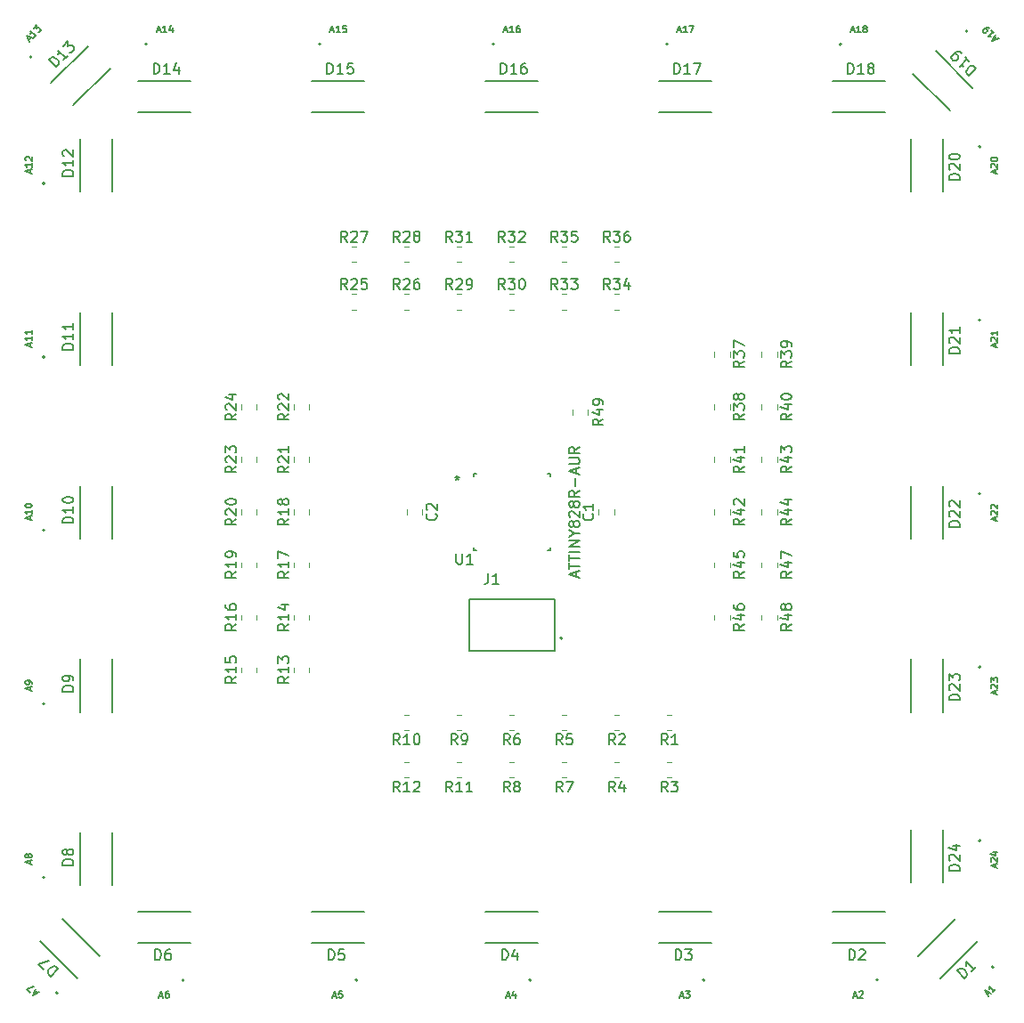
<source format=gbr>
%TF.GenerationSoftware,KiCad,Pcbnew,(6.0.9)*%
%TF.CreationDate,2023-04-03T18:36:50+10:00*%
%TF.ProjectId,Chi Chi - GV2,43686920-4368-4692-902d-204756322e6b,rev?*%
%TF.SameCoordinates,Original*%
%TF.FileFunction,Legend,Top*%
%TF.FilePolarity,Positive*%
%FSLAX46Y46*%
G04 Gerber Fmt 4.6, Leading zero omitted, Abs format (unit mm)*
G04 Created by KiCad (PCBNEW (6.0.9)) date 2023-04-03 18:36:50*
%MOMM*%
%LPD*%
G01*
G04 APERTURE LIST*
%ADD10C,0.150000*%
%ADD11C,0.120000*%
%ADD12C,0.200000*%
%ADD13C,0.127000*%
%ADD14C,0.152400*%
G04 APERTURE END LIST*
D10*
%TO.C,R2*%
X263333333Y-163602380D02*
X263000000Y-163126190D01*
X262761904Y-163602380D02*
X262761904Y-162602380D01*
X263142857Y-162602380D01*
X263238095Y-162650000D01*
X263285714Y-162697619D01*
X263333333Y-162792857D01*
X263333333Y-162935714D01*
X263285714Y-163030952D01*
X263238095Y-163078571D01*
X263142857Y-163126190D01*
X262761904Y-163126190D01*
X263714285Y-162697619D02*
X263761904Y-162650000D01*
X263857142Y-162602380D01*
X264095238Y-162602380D01*
X264190476Y-162650000D01*
X264238095Y-162697619D01*
X264285714Y-162792857D01*
X264285714Y-162888095D01*
X264238095Y-163030952D01*
X263666666Y-163602380D01*
X264285714Y-163602380D01*
%TO.C,A19*%
X299631274Y-96491475D02*
X299415775Y-96275976D01*
X299803674Y-96405275D02*
X299200276Y-96706974D01*
X299501975Y-96103576D01*
X299114076Y-95715678D02*
X299372675Y-95974277D01*
X299243376Y-95844977D02*
X298790827Y-96297526D01*
X298898577Y-96275976D01*
X298984777Y-96275976D01*
X299049426Y-96297526D01*
X298898577Y-95500178D02*
X298812377Y-95413979D01*
X298747727Y-95392429D01*
X298704628Y-95392429D01*
X298596878Y-95413979D01*
X298489128Y-95478629D01*
X298316729Y-95651028D01*
X298295179Y-95715678D01*
X298295179Y-95758777D01*
X298316729Y-95823427D01*
X298402929Y-95909627D01*
X298467579Y-95931177D01*
X298510678Y-95931177D01*
X298575328Y-95909627D01*
X298683078Y-95801877D01*
X298704628Y-95737228D01*
X298704628Y-95694128D01*
X298683078Y-95629478D01*
X298596878Y-95543278D01*
X298532228Y-95521728D01*
X298489128Y-95521728D01*
X298424479Y-95543278D01*
%TO.C,R19*%
X227302380Y-147142857D02*
X226826190Y-147476190D01*
X227302380Y-147714285D02*
X226302380Y-147714285D01*
X226302380Y-147333333D01*
X226350000Y-147238095D01*
X226397619Y-147190476D01*
X226492857Y-147142857D01*
X226635714Y-147142857D01*
X226730952Y-147190476D01*
X226778571Y-147238095D01*
X226826190Y-147333333D01*
X226826190Y-147714285D01*
X227302380Y-146190476D02*
X227302380Y-146761904D01*
X227302380Y-146476190D02*
X226302380Y-146476190D01*
X226445238Y-146571428D01*
X226540476Y-146666666D01*
X226588095Y-146761904D01*
X227302380Y-145714285D02*
X227302380Y-145523809D01*
X227254761Y-145428571D01*
X227207142Y-145380952D01*
X227064285Y-145285714D01*
X226873809Y-145238095D01*
X226492857Y-145238095D01*
X226397619Y-145285714D01*
X226350000Y-145333333D01*
X226302380Y-145428571D01*
X226302380Y-145619047D01*
X226350000Y-145714285D01*
X226397619Y-145761904D01*
X226492857Y-145809523D01*
X226730952Y-145809523D01*
X226826190Y-145761904D01*
X226873809Y-145714285D01*
X226921428Y-145619047D01*
X226921428Y-145428571D01*
X226873809Y-145333333D01*
X226826190Y-145285714D01*
X226730952Y-145238095D01*
%TO.C,R28*%
X242857142Y-115802380D02*
X242523809Y-115326190D01*
X242285714Y-115802380D02*
X242285714Y-114802380D01*
X242666666Y-114802380D01*
X242761904Y-114850000D01*
X242809523Y-114897619D01*
X242857142Y-114992857D01*
X242857142Y-115135714D01*
X242809523Y-115230952D01*
X242761904Y-115278571D01*
X242666666Y-115326190D01*
X242285714Y-115326190D01*
X243238095Y-114897619D02*
X243285714Y-114850000D01*
X243380952Y-114802380D01*
X243619047Y-114802380D01*
X243714285Y-114850000D01*
X243761904Y-114897619D01*
X243809523Y-114992857D01*
X243809523Y-115088095D01*
X243761904Y-115230952D01*
X243190476Y-115802380D01*
X243809523Y-115802380D01*
X244380952Y-115230952D02*
X244285714Y-115183333D01*
X244238095Y-115135714D01*
X244190476Y-115040476D01*
X244190476Y-114992857D01*
X244238095Y-114897619D01*
X244285714Y-114850000D01*
X244380952Y-114802380D01*
X244571428Y-114802380D01*
X244666666Y-114850000D01*
X244714285Y-114897619D01*
X244761904Y-114992857D01*
X244761904Y-115040476D01*
X244714285Y-115135714D01*
X244666666Y-115183333D01*
X244571428Y-115230952D01*
X244380952Y-115230952D01*
X244285714Y-115278571D01*
X244238095Y-115326190D01*
X244190476Y-115421428D01*
X244190476Y-115611904D01*
X244238095Y-115707142D01*
X244285714Y-115754761D01*
X244380952Y-115802380D01*
X244571428Y-115802380D01*
X244666666Y-115754761D01*
X244714285Y-115707142D01*
X244761904Y-115611904D01*
X244761904Y-115421428D01*
X244714285Y-115326190D01*
X244666666Y-115278571D01*
X244571428Y-115230952D01*
%TO.C,D7*%
X210353031Y-184944552D02*
X209644817Y-185652766D01*
X209476194Y-185484144D01*
X209408745Y-185349246D01*
X209408745Y-185214348D01*
X209442469Y-185113174D01*
X209543643Y-184944552D01*
X209644817Y-184843378D01*
X209813439Y-184742205D01*
X209914613Y-184708480D01*
X210049511Y-184708480D01*
X210184409Y-184775929D01*
X210353031Y-184944552D01*
X209004051Y-185012001D02*
X208531908Y-184539857D01*
X209543643Y-184135163D01*
%TO.C,A18*%
X285770095Y-95700266D02*
X286074857Y-95700266D01*
X285709142Y-95883123D02*
X285922476Y-95243123D01*
X286135809Y-95883123D01*
X286684380Y-95883123D02*
X286318666Y-95883123D01*
X286501523Y-95883123D02*
X286501523Y-95243123D01*
X286440571Y-95334552D01*
X286379619Y-95395504D01*
X286318666Y-95425980D01*
X287050095Y-95517409D02*
X286989142Y-95486933D01*
X286958666Y-95456457D01*
X286928190Y-95395504D01*
X286928190Y-95365028D01*
X286958666Y-95304076D01*
X286989142Y-95273600D01*
X287050095Y-95243123D01*
X287172000Y-95243123D01*
X287232952Y-95273600D01*
X287263428Y-95304076D01*
X287293904Y-95365028D01*
X287293904Y-95395504D01*
X287263428Y-95456457D01*
X287232952Y-95486933D01*
X287172000Y-95517409D01*
X287050095Y-95517409D01*
X286989142Y-95547885D01*
X286958666Y-95578361D01*
X286928190Y-95639314D01*
X286928190Y-95761219D01*
X286958666Y-95822171D01*
X286989142Y-95852647D01*
X287050095Y-95883123D01*
X287172000Y-95883123D01*
X287232952Y-95852647D01*
X287263428Y-95822171D01*
X287293904Y-95761219D01*
X287293904Y-95639314D01*
X287263428Y-95578361D01*
X287232952Y-95547885D01*
X287172000Y-95517409D01*
%TO.C,C1*%
X261177142Y-141666666D02*
X261224761Y-141714285D01*
X261272380Y-141857142D01*
X261272380Y-141952380D01*
X261224761Y-142095238D01*
X261129523Y-142190476D01*
X261034285Y-142238095D01*
X260843809Y-142285714D01*
X260700952Y-142285714D01*
X260510476Y-142238095D01*
X260415238Y-142190476D01*
X260320000Y-142095238D01*
X260272380Y-141952380D01*
X260272380Y-141857142D01*
X260320000Y-141714285D01*
X260367619Y-141666666D01*
X261272380Y-140714285D02*
X261272380Y-141285714D01*
X261272380Y-141000000D02*
X260272380Y-141000000D01*
X260415238Y-141095238D01*
X260510476Y-141190476D01*
X260558095Y-141285714D01*
%TO.C,A12*%
X207700266Y-109229904D02*
X207700266Y-108925142D01*
X207883123Y-109290857D02*
X207243123Y-109077523D01*
X207883123Y-108864190D01*
X207883123Y-108315619D02*
X207883123Y-108681333D01*
X207883123Y-108498476D02*
X207243123Y-108498476D01*
X207334552Y-108559428D01*
X207395504Y-108620380D01*
X207425980Y-108681333D01*
X207304076Y-108071809D02*
X207273600Y-108041333D01*
X207243123Y-107980380D01*
X207243123Y-107828000D01*
X207273600Y-107767047D01*
X207304076Y-107736571D01*
X207365028Y-107706095D01*
X207425980Y-107706095D01*
X207517409Y-107736571D01*
X207883123Y-108102285D01*
X207883123Y-107706095D01*
%TO.C,R7*%
X258333333Y-168102380D02*
X258000000Y-167626190D01*
X257761904Y-168102380D02*
X257761904Y-167102380D01*
X258142857Y-167102380D01*
X258238095Y-167150000D01*
X258285714Y-167197619D01*
X258333333Y-167292857D01*
X258333333Y-167435714D01*
X258285714Y-167530952D01*
X258238095Y-167578571D01*
X258142857Y-167626190D01*
X257761904Y-167626190D01*
X258666666Y-167102380D02*
X259333333Y-167102380D01*
X258904761Y-168102380D01*
%TO.C,R9*%
X248333333Y-163602380D02*
X248000000Y-163126190D01*
X247761904Y-163602380D02*
X247761904Y-162602380D01*
X248142857Y-162602380D01*
X248238095Y-162650000D01*
X248285714Y-162697619D01*
X248333333Y-162792857D01*
X248333333Y-162935714D01*
X248285714Y-163030952D01*
X248238095Y-163078571D01*
X248142857Y-163126190D01*
X247761904Y-163126190D01*
X248809523Y-163602380D02*
X249000000Y-163602380D01*
X249095238Y-163554761D01*
X249142857Y-163507142D01*
X249238095Y-163364285D01*
X249285714Y-163173809D01*
X249285714Y-162792857D01*
X249238095Y-162697619D01*
X249190476Y-162650000D01*
X249095238Y-162602380D01*
X248904761Y-162602380D01*
X248809523Y-162650000D01*
X248761904Y-162697619D01*
X248714285Y-162792857D01*
X248714285Y-163030952D01*
X248761904Y-163126190D01*
X248809523Y-163173809D01*
X248904761Y-163221428D01*
X249095238Y-163221428D01*
X249190476Y-163173809D01*
X249238095Y-163126190D01*
X249285714Y-163030952D01*
%TO.C,R27*%
X237857142Y-115802380D02*
X237523809Y-115326190D01*
X237285714Y-115802380D02*
X237285714Y-114802380D01*
X237666666Y-114802380D01*
X237761904Y-114850000D01*
X237809523Y-114897619D01*
X237857142Y-114992857D01*
X237857142Y-115135714D01*
X237809523Y-115230952D01*
X237761904Y-115278571D01*
X237666666Y-115326190D01*
X237285714Y-115326190D01*
X238238095Y-114897619D02*
X238285714Y-114850000D01*
X238380952Y-114802380D01*
X238619047Y-114802380D01*
X238714285Y-114850000D01*
X238761904Y-114897619D01*
X238809523Y-114992857D01*
X238809523Y-115088095D01*
X238761904Y-115230952D01*
X238190476Y-115802380D01*
X238809523Y-115802380D01*
X239142857Y-114802380D02*
X239809523Y-114802380D01*
X239380952Y-115802380D01*
%TO.C,D20*%
X296092214Y-109891463D02*
X295090647Y-109891463D01*
X295090647Y-109652995D01*
X295138341Y-109509914D01*
X295233728Y-109414526D01*
X295329116Y-109366833D01*
X295519890Y-109319139D01*
X295662971Y-109319139D01*
X295853746Y-109366833D01*
X295949133Y-109414526D01*
X296044521Y-109509914D01*
X296092214Y-109652995D01*
X296092214Y-109891463D01*
X295186035Y-108937590D02*
X295138341Y-108889896D01*
X295090647Y-108794509D01*
X295090647Y-108556040D01*
X295138341Y-108460653D01*
X295186035Y-108412959D01*
X295281422Y-108365266D01*
X295376809Y-108365266D01*
X295519890Y-108412959D01*
X296092214Y-108985283D01*
X296092214Y-108365266D01*
X295090647Y-107745248D02*
X295090647Y-107649861D01*
X295138341Y-107554473D01*
X295186035Y-107506780D01*
X295281422Y-107459086D01*
X295472197Y-107411392D01*
X295710665Y-107411392D01*
X295901440Y-107459086D01*
X295996827Y-107506780D01*
X296044521Y-107554473D01*
X296092214Y-107649861D01*
X296092214Y-107745248D01*
X296044521Y-107840635D01*
X295996827Y-107888329D01*
X295901440Y-107936023D01*
X295710665Y-107983716D01*
X295472197Y-107983716D01*
X295281422Y-107936023D01*
X295186035Y-107888329D01*
X295138341Y-107840635D01*
X295090647Y-107745248D01*
%TO.C,R25*%
X237857142Y-120302380D02*
X237523809Y-119826190D01*
X237285714Y-120302380D02*
X237285714Y-119302380D01*
X237666666Y-119302380D01*
X237761904Y-119350000D01*
X237809523Y-119397619D01*
X237857142Y-119492857D01*
X237857142Y-119635714D01*
X237809523Y-119730952D01*
X237761904Y-119778571D01*
X237666666Y-119826190D01*
X237285714Y-119826190D01*
X238238095Y-119397619D02*
X238285714Y-119350000D01*
X238380952Y-119302380D01*
X238619047Y-119302380D01*
X238714285Y-119350000D01*
X238761904Y-119397619D01*
X238809523Y-119492857D01*
X238809523Y-119588095D01*
X238761904Y-119730952D01*
X238190476Y-120302380D01*
X238809523Y-120302380D01*
X239714285Y-119302380D02*
X239238095Y-119302380D01*
X239190476Y-119778571D01*
X239238095Y-119730952D01*
X239333333Y-119683333D01*
X239571428Y-119683333D01*
X239666666Y-119730952D01*
X239714285Y-119778571D01*
X239761904Y-119873809D01*
X239761904Y-120111904D01*
X239714285Y-120207142D01*
X239666666Y-120254761D01*
X239571428Y-120302380D01*
X239333333Y-120302380D01*
X239238095Y-120254761D01*
X239190476Y-120207142D01*
%TO.C,A5*%
X236510857Y-187513066D02*
X236815619Y-187513066D01*
X236449904Y-187695923D02*
X236663238Y-187055923D01*
X236876571Y-187695923D01*
X237394666Y-187055923D02*
X237089904Y-187055923D01*
X237059428Y-187360685D01*
X237089904Y-187330209D01*
X237150857Y-187299733D01*
X237303238Y-187299733D01*
X237364190Y-187330209D01*
X237394666Y-187360685D01*
X237425142Y-187421638D01*
X237425142Y-187574019D01*
X237394666Y-187634971D01*
X237364190Y-187665447D01*
X237303238Y-187695923D01*
X237150857Y-187695923D01*
X237089904Y-187665447D01*
X237059428Y-187634971D01*
%TO.C,A6*%
X220010857Y-187513066D02*
X220315619Y-187513066D01*
X219949904Y-187695923D02*
X220163238Y-187055923D01*
X220376571Y-187695923D01*
X220864190Y-187055923D02*
X220742285Y-187055923D01*
X220681333Y-187086400D01*
X220650857Y-187116876D01*
X220589904Y-187208304D01*
X220559428Y-187330209D01*
X220559428Y-187574019D01*
X220589904Y-187634971D01*
X220620380Y-187665447D01*
X220681333Y-187695923D01*
X220803238Y-187695923D01*
X220864190Y-187665447D01*
X220894666Y-187634971D01*
X220925142Y-187574019D01*
X220925142Y-187421638D01*
X220894666Y-187360685D01*
X220864190Y-187330209D01*
X220803238Y-187299733D01*
X220681333Y-187299733D01*
X220620380Y-187330209D01*
X220589904Y-187360685D01*
X220559428Y-187421638D01*
%TO.C,R5*%
X258333333Y-163602380D02*
X258000000Y-163126190D01*
X257761904Y-163602380D02*
X257761904Y-162602380D01*
X258142857Y-162602380D01*
X258238095Y-162650000D01*
X258285714Y-162697619D01*
X258333333Y-162792857D01*
X258333333Y-162935714D01*
X258285714Y-163030952D01*
X258238095Y-163078571D01*
X258142857Y-163126190D01*
X257761904Y-163126190D01*
X259238095Y-162602380D02*
X258761904Y-162602380D01*
X258714285Y-163078571D01*
X258761904Y-163030952D01*
X258857142Y-162983333D01*
X259095238Y-162983333D01*
X259190476Y-163030952D01*
X259238095Y-163078571D01*
X259285714Y-163173809D01*
X259285714Y-163411904D01*
X259238095Y-163507142D01*
X259190476Y-163554761D01*
X259095238Y-163602380D01*
X258857142Y-163602380D01*
X258761904Y-163554761D01*
X258714285Y-163507142D01*
%TO.C,R12*%
X242857142Y-168102380D02*
X242523809Y-167626190D01*
X242285714Y-168102380D02*
X242285714Y-167102380D01*
X242666666Y-167102380D01*
X242761904Y-167150000D01*
X242809523Y-167197619D01*
X242857142Y-167292857D01*
X242857142Y-167435714D01*
X242809523Y-167530952D01*
X242761904Y-167578571D01*
X242666666Y-167626190D01*
X242285714Y-167626190D01*
X243809523Y-168102380D02*
X243238095Y-168102380D01*
X243523809Y-168102380D02*
X243523809Y-167102380D01*
X243428571Y-167245238D01*
X243333333Y-167340476D01*
X243238095Y-167388095D01*
X244190476Y-167197619D02*
X244238095Y-167150000D01*
X244333333Y-167102380D01*
X244571428Y-167102380D01*
X244666666Y-167150000D01*
X244714285Y-167197619D01*
X244761904Y-167292857D01*
X244761904Y-167388095D01*
X244714285Y-167530952D01*
X244142857Y-168102380D01*
X244761904Y-168102380D01*
%TO.C,R46*%
X275602380Y-152142857D02*
X275126190Y-152476190D01*
X275602380Y-152714285D02*
X274602380Y-152714285D01*
X274602380Y-152333333D01*
X274650000Y-152238095D01*
X274697619Y-152190476D01*
X274792857Y-152142857D01*
X274935714Y-152142857D01*
X275030952Y-152190476D01*
X275078571Y-152238095D01*
X275126190Y-152333333D01*
X275126190Y-152714285D01*
X274935714Y-151285714D02*
X275602380Y-151285714D01*
X274554761Y-151523809D02*
X275269047Y-151761904D01*
X275269047Y-151142857D01*
X274602380Y-150333333D02*
X274602380Y-150523809D01*
X274650000Y-150619047D01*
X274697619Y-150666666D01*
X274840476Y-150761904D01*
X275030952Y-150809523D01*
X275411904Y-150809523D01*
X275507142Y-150761904D01*
X275554761Y-150714285D01*
X275602380Y-150619047D01*
X275602380Y-150428571D01*
X275554761Y-150333333D01*
X275507142Y-150285714D01*
X275411904Y-150238095D01*
X275173809Y-150238095D01*
X275078571Y-150285714D01*
X275030952Y-150333333D01*
X274983333Y-150428571D01*
X274983333Y-150619047D01*
X275030952Y-150714285D01*
X275078571Y-150761904D01*
X275173809Y-150809523D01*
%TO.C,R40*%
X280102380Y-132142857D02*
X279626190Y-132476190D01*
X280102380Y-132714285D02*
X279102380Y-132714285D01*
X279102380Y-132333333D01*
X279150000Y-132238095D01*
X279197619Y-132190476D01*
X279292857Y-132142857D01*
X279435714Y-132142857D01*
X279530952Y-132190476D01*
X279578571Y-132238095D01*
X279626190Y-132333333D01*
X279626190Y-132714285D01*
X279435714Y-131285714D02*
X280102380Y-131285714D01*
X279054761Y-131523809D02*
X279769047Y-131761904D01*
X279769047Y-131142857D01*
X279102380Y-130571428D02*
X279102380Y-130476190D01*
X279150000Y-130380952D01*
X279197619Y-130333333D01*
X279292857Y-130285714D01*
X279483333Y-130238095D01*
X279721428Y-130238095D01*
X279911904Y-130285714D01*
X280007142Y-130333333D01*
X280054761Y-130380952D01*
X280102380Y-130476190D01*
X280102380Y-130571428D01*
X280054761Y-130666666D01*
X280007142Y-130714285D01*
X279911904Y-130761904D01*
X279721428Y-130809523D01*
X279483333Y-130809523D01*
X279292857Y-130761904D01*
X279197619Y-130714285D01*
X279150000Y-130666666D01*
X279102380Y-130571428D01*
%TO.C,D17*%
X268959086Y-99813964D02*
X268959086Y-98812397D01*
X269197554Y-98812397D01*
X269340635Y-98860091D01*
X269436023Y-98955478D01*
X269483716Y-99050866D01*
X269531410Y-99241640D01*
X269531410Y-99384721D01*
X269483716Y-99575496D01*
X269436023Y-99670883D01*
X269340635Y-99766271D01*
X269197554Y-99813964D01*
X268959086Y-99813964D01*
X270485283Y-99813964D02*
X269912959Y-99813964D01*
X270199121Y-99813964D02*
X270199121Y-98812397D01*
X270103734Y-98955478D01*
X270008347Y-99050866D01*
X269912959Y-99098559D01*
X270819139Y-98812397D02*
X271486850Y-98812397D01*
X271057607Y-99813964D01*
%TO.C,R20*%
X227302380Y-142142857D02*
X226826190Y-142476190D01*
X227302380Y-142714285D02*
X226302380Y-142714285D01*
X226302380Y-142333333D01*
X226350000Y-142238095D01*
X226397619Y-142190476D01*
X226492857Y-142142857D01*
X226635714Y-142142857D01*
X226730952Y-142190476D01*
X226778571Y-142238095D01*
X226826190Y-142333333D01*
X226826190Y-142714285D01*
X226397619Y-141761904D02*
X226350000Y-141714285D01*
X226302380Y-141619047D01*
X226302380Y-141380952D01*
X226350000Y-141285714D01*
X226397619Y-141238095D01*
X226492857Y-141190476D01*
X226588095Y-141190476D01*
X226730952Y-141238095D01*
X227302380Y-141809523D01*
X227302380Y-141190476D01*
X226302380Y-140571428D02*
X226302380Y-140476190D01*
X226350000Y-140380952D01*
X226397619Y-140333333D01*
X226492857Y-140285714D01*
X226683333Y-140238095D01*
X226921428Y-140238095D01*
X227111904Y-140285714D01*
X227207142Y-140333333D01*
X227254761Y-140380952D01*
X227302380Y-140476190D01*
X227302380Y-140571428D01*
X227254761Y-140666666D01*
X227207142Y-140714285D01*
X227111904Y-140761904D01*
X226921428Y-140809523D01*
X226683333Y-140809523D01*
X226492857Y-140761904D01*
X226397619Y-140714285D01*
X226350000Y-140666666D01*
X226302380Y-140571428D01*
%TO.C,R11*%
X247857142Y-168102380D02*
X247523809Y-167626190D01*
X247285714Y-168102380D02*
X247285714Y-167102380D01*
X247666666Y-167102380D01*
X247761904Y-167150000D01*
X247809523Y-167197619D01*
X247857142Y-167292857D01*
X247857142Y-167435714D01*
X247809523Y-167530952D01*
X247761904Y-167578571D01*
X247666666Y-167626190D01*
X247285714Y-167626190D01*
X248809523Y-168102380D02*
X248238095Y-168102380D01*
X248523809Y-168102380D02*
X248523809Y-167102380D01*
X248428571Y-167245238D01*
X248333333Y-167340476D01*
X248238095Y-167388095D01*
X249761904Y-168102380D02*
X249190476Y-168102380D01*
X249476190Y-168102380D02*
X249476190Y-167102380D01*
X249380952Y-167245238D01*
X249285714Y-167340476D01*
X249190476Y-167388095D01*
%TO.C,R4*%
X263333333Y-168102380D02*
X263000000Y-167626190D01*
X262761904Y-168102380D02*
X262761904Y-167102380D01*
X263142857Y-167102380D01*
X263238095Y-167150000D01*
X263285714Y-167197619D01*
X263333333Y-167292857D01*
X263333333Y-167435714D01*
X263285714Y-167530952D01*
X263238095Y-167578571D01*
X263142857Y-167626190D01*
X262761904Y-167626190D01*
X264190476Y-167435714D02*
X264190476Y-168102380D01*
X263952380Y-167054761D02*
X263714285Y-167769047D01*
X264333333Y-167769047D01*
%TO.C,D4*%
X252585473Y-184092214D02*
X252585473Y-183090647D01*
X252823941Y-183090647D01*
X252967022Y-183138341D01*
X253062409Y-183233728D01*
X253110103Y-183329116D01*
X253157797Y-183519890D01*
X253157797Y-183662971D01*
X253110103Y-183853746D01*
X253062409Y-183949133D01*
X252967022Y-184044521D01*
X252823941Y-184092214D01*
X252585473Y-184092214D01*
X254016283Y-183424503D02*
X254016283Y-184092214D01*
X253777814Y-183042954D02*
X253539346Y-183758359D01*
X254159364Y-183758359D01*
%TO.C,A16*%
X252770095Y-95700266D02*
X253074857Y-95700266D01*
X252709142Y-95883123D02*
X252922476Y-95243123D01*
X253135809Y-95883123D01*
X253684380Y-95883123D02*
X253318666Y-95883123D01*
X253501523Y-95883123D02*
X253501523Y-95243123D01*
X253440571Y-95334552D01*
X253379619Y-95395504D01*
X253318666Y-95425980D01*
X254232952Y-95243123D02*
X254111047Y-95243123D01*
X254050095Y-95273600D01*
X254019619Y-95304076D01*
X253958666Y-95395504D01*
X253928190Y-95517409D01*
X253928190Y-95761219D01*
X253958666Y-95822171D01*
X253989142Y-95852647D01*
X254050095Y-95883123D01*
X254172000Y-95883123D01*
X254232952Y-95852647D01*
X254263428Y-95822171D01*
X254293904Y-95761219D01*
X254293904Y-95608838D01*
X254263428Y-95547885D01*
X254232952Y-95517409D01*
X254172000Y-95486933D01*
X254050095Y-95486933D01*
X253989142Y-95517409D01*
X253958666Y-95547885D01*
X253928190Y-95608838D01*
%TO.C,R8*%
X253333333Y-168102380D02*
X253000000Y-167626190D01*
X252761904Y-168102380D02*
X252761904Y-167102380D01*
X253142857Y-167102380D01*
X253238095Y-167150000D01*
X253285714Y-167197619D01*
X253333333Y-167292857D01*
X253333333Y-167435714D01*
X253285714Y-167530952D01*
X253238095Y-167578571D01*
X253142857Y-167626190D01*
X252761904Y-167626190D01*
X253904761Y-167530952D02*
X253809523Y-167483333D01*
X253761904Y-167435714D01*
X253714285Y-167340476D01*
X253714285Y-167292857D01*
X253761904Y-167197619D01*
X253809523Y-167150000D01*
X253904761Y-167102380D01*
X254095238Y-167102380D01*
X254190476Y-167150000D01*
X254238095Y-167197619D01*
X254285714Y-167292857D01*
X254285714Y-167340476D01*
X254238095Y-167435714D01*
X254190476Y-167483333D01*
X254095238Y-167530952D01*
X253904761Y-167530952D01*
X253809523Y-167578571D01*
X253761904Y-167626190D01*
X253714285Y-167721428D01*
X253714285Y-167911904D01*
X253761904Y-168007142D01*
X253809523Y-168054761D01*
X253904761Y-168102380D01*
X254095238Y-168102380D01*
X254190476Y-168054761D01*
X254238095Y-168007142D01*
X254285714Y-167911904D01*
X254285714Y-167721428D01*
X254238095Y-167626190D01*
X254190476Y-167578571D01*
X254095238Y-167530952D01*
%TO.C,A1*%
X298724023Y-187415775D02*
X298939523Y-187200276D01*
X298810223Y-187588174D02*
X298508524Y-186984777D01*
X299111922Y-187286476D01*
X299499821Y-186898577D02*
X299241222Y-187157176D01*
X299370521Y-187027876D02*
X298917973Y-186575328D01*
X298939523Y-186683078D01*
X298939523Y-186769277D01*
X298917973Y-186833927D01*
%TO.C,D13*%
X210218202Y-99190277D02*
X209509987Y-98482062D01*
X209678610Y-98313439D01*
X209813508Y-98245990D01*
X209948406Y-98245990D01*
X210049580Y-98279715D01*
X210218202Y-98380888D01*
X210319376Y-98482062D01*
X210420549Y-98650684D01*
X210454274Y-98751858D01*
X210454274Y-98886756D01*
X210386825Y-99021654D01*
X210218202Y-99190277D01*
X211297387Y-98111092D02*
X210892693Y-98515786D01*
X211095040Y-98313439D02*
X210386825Y-97605224D01*
X210420549Y-97773847D01*
X210420549Y-97908745D01*
X210386825Y-98009919D01*
X210825244Y-97166806D02*
X211263662Y-96728387D01*
X211297387Y-97234255D01*
X211398560Y-97133081D01*
X211499734Y-97099357D01*
X211567183Y-97099357D01*
X211668356Y-97133081D01*
X211836979Y-97301704D01*
X211870703Y-97402877D01*
X211870703Y-97470326D01*
X211836979Y-97571500D01*
X211634632Y-97773847D01*
X211533458Y-97807571D01*
X211466009Y-97807571D01*
%TO.C,R10*%
X242857142Y-163602380D02*
X242523809Y-163126190D01*
X242285714Y-163602380D02*
X242285714Y-162602380D01*
X242666666Y-162602380D01*
X242761904Y-162650000D01*
X242809523Y-162697619D01*
X242857142Y-162792857D01*
X242857142Y-162935714D01*
X242809523Y-163030952D01*
X242761904Y-163078571D01*
X242666666Y-163126190D01*
X242285714Y-163126190D01*
X243809523Y-163602380D02*
X243238095Y-163602380D01*
X243523809Y-163602380D02*
X243523809Y-162602380D01*
X243428571Y-162745238D01*
X243333333Y-162840476D01*
X243238095Y-162888095D01*
X244428571Y-162602380D02*
X244523809Y-162602380D01*
X244619047Y-162650000D01*
X244666666Y-162697619D01*
X244714285Y-162792857D01*
X244761904Y-162983333D01*
X244761904Y-163221428D01*
X244714285Y-163411904D01*
X244666666Y-163507142D01*
X244619047Y-163554761D01*
X244523809Y-163602380D01*
X244428571Y-163602380D01*
X244333333Y-163554761D01*
X244285714Y-163507142D01*
X244238095Y-163411904D01*
X244190476Y-163221428D01*
X244190476Y-162983333D01*
X244238095Y-162792857D01*
X244285714Y-162697619D01*
X244333333Y-162650000D01*
X244428571Y-162602380D01*
%TO.C,D9*%
X211813964Y-158563976D02*
X210812397Y-158563976D01*
X210812397Y-158325508D01*
X210860091Y-158182427D01*
X210955478Y-158087040D01*
X211050866Y-158039346D01*
X211241640Y-157991652D01*
X211384721Y-157991652D01*
X211575496Y-158039346D01*
X211670883Y-158087040D01*
X211766271Y-158182427D01*
X211813964Y-158325508D01*
X211813964Y-158563976D01*
X211813964Y-157514716D02*
X211813964Y-157323941D01*
X211766271Y-157228554D01*
X211718577Y-157180860D01*
X211575496Y-157085473D01*
X211384721Y-157037779D01*
X211003172Y-157037779D01*
X210907785Y-157085473D01*
X210860091Y-157133166D01*
X210812397Y-157228554D01*
X210812397Y-157419328D01*
X210860091Y-157514716D01*
X210907785Y-157562409D01*
X211003172Y-157610103D01*
X211241640Y-157610103D01*
X211337028Y-157562409D01*
X211384721Y-157514716D01*
X211432415Y-157419328D01*
X211432415Y-157228554D01*
X211384721Y-157133166D01*
X211337028Y-157085473D01*
X211241640Y-157037779D01*
%TO.C,D24*%
X296092214Y-175591463D02*
X295090647Y-175591463D01*
X295090647Y-175352995D01*
X295138341Y-175209914D01*
X295233728Y-175114526D01*
X295329116Y-175066833D01*
X295519890Y-175019139D01*
X295662971Y-175019139D01*
X295853746Y-175066833D01*
X295949133Y-175114526D01*
X296044521Y-175209914D01*
X296092214Y-175352995D01*
X296092214Y-175591463D01*
X295186035Y-174637590D02*
X295138341Y-174589896D01*
X295090647Y-174494509D01*
X295090647Y-174256040D01*
X295138341Y-174160653D01*
X295186035Y-174112959D01*
X295281422Y-174065266D01*
X295376809Y-174065266D01*
X295519890Y-174112959D01*
X296092214Y-174685283D01*
X296092214Y-174065266D01*
X295424503Y-173206780D02*
X296092214Y-173206780D01*
X295042954Y-173445248D02*
X295758359Y-173683716D01*
X295758359Y-173063699D01*
%TO.C,U1*%
X248238095Y-145452380D02*
X248238095Y-146261904D01*
X248285714Y-146357142D01*
X248333333Y-146404761D01*
X248428571Y-146452380D01*
X248619047Y-146452380D01*
X248714285Y-146404761D01*
X248761904Y-146357142D01*
X248809523Y-146261904D01*
X248809523Y-145452380D01*
X249809523Y-146452380D02*
X249238095Y-146452380D01*
X249523809Y-146452380D02*
X249523809Y-145452380D01*
X249428571Y-145595238D01*
X249333333Y-145690476D01*
X249238095Y-145738095D01*
X259666666Y-147690476D02*
X259666666Y-147214285D01*
X259952380Y-147785714D02*
X258952380Y-147452380D01*
X259952380Y-147119047D01*
X258952380Y-146928571D02*
X258952380Y-146357142D01*
X259952380Y-146642857D02*
X258952380Y-146642857D01*
X258952380Y-146166666D02*
X258952380Y-145595238D01*
X259952380Y-145880952D02*
X258952380Y-145880952D01*
X259952380Y-145261904D02*
X258952380Y-145261904D01*
X259952380Y-144785714D02*
X258952380Y-144785714D01*
X259952380Y-144214285D01*
X258952380Y-144214285D01*
X259476190Y-143547619D02*
X259952380Y-143547619D01*
X258952380Y-143880952D02*
X259476190Y-143547619D01*
X258952380Y-143214285D01*
X259380952Y-142738095D02*
X259333333Y-142833333D01*
X259285714Y-142880952D01*
X259190476Y-142928571D01*
X259142857Y-142928571D01*
X259047619Y-142880952D01*
X259000000Y-142833333D01*
X258952380Y-142738095D01*
X258952380Y-142547619D01*
X259000000Y-142452380D01*
X259047619Y-142404761D01*
X259142857Y-142357142D01*
X259190476Y-142357142D01*
X259285714Y-142404761D01*
X259333333Y-142452380D01*
X259380952Y-142547619D01*
X259380952Y-142738095D01*
X259428571Y-142833333D01*
X259476190Y-142880952D01*
X259571428Y-142928571D01*
X259761904Y-142928571D01*
X259857142Y-142880952D01*
X259904761Y-142833333D01*
X259952380Y-142738095D01*
X259952380Y-142547619D01*
X259904761Y-142452380D01*
X259857142Y-142404761D01*
X259761904Y-142357142D01*
X259571428Y-142357142D01*
X259476190Y-142404761D01*
X259428571Y-142452380D01*
X259380952Y-142547619D01*
X259047619Y-141976190D02*
X259000000Y-141928571D01*
X258952380Y-141833333D01*
X258952380Y-141595238D01*
X259000000Y-141500000D01*
X259047619Y-141452380D01*
X259142857Y-141404761D01*
X259238095Y-141404761D01*
X259380952Y-141452380D01*
X259952380Y-142023809D01*
X259952380Y-141404761D01*
X259380952Y-140833333D02*
X259333333Y-140928571D01*
X259285714Y-140976190D01*
X259190476Y-141023809D01*
X259142857Y-141023809D01*
X259047619Y-140976190D01*
X259000000Y-140928571D01*
X258952380Y-140833333D01*
X258952380Y-140642857D01*
X259000000Y-140547619D01*
X259047619Y-140500000D01*
X259142857Y-140452380D01*
X259190476Y-140452380D01*
X259285714Y-140500000D01*
X259333333Y-140547619D01*
X259380952Y-140642857D01*
X259380952Y-140833333D01*
X259428571Y-140928571D01*
X259476190Y-140976190D01*
X259571428Y-141023809D01*
X259761904Y-141023809D01*
X259857142Y-140976190D01*
X259904761Y-140928571D01*
X259952380Y-140833333D01*
X259952380Y-140642857D01*
X259904761Y-140547619D01*
X259857142Y-140500000D01*
X259761904Y-140452380D01*
X259571428Y-140452380D01*
X259476190Y-140500000D01*
X259428571Y-140547619D01*
X259380952Y-140642857D01*
X259952380Y-139452380D02*
X259476190Y-139785714D01*
X259952380Y-140023809D02*
X258952380Y-140023809D01*
X258952380Y-139642857D01*
X259000000Y-139547619D01*
X259047619Y-139500000D01*
X259142857Y-139452380D01*
X259285714Y-139452380D01*
X259380952Y-139500000D01*
X259428571Y-139547619D01*
X259476190Y-139642857D01*
X259476190Y-140023809D01*
X259571428Y-139023809D02*
X259571428Y-138261904D01*
X259666666Y-137833333D02*
X259666666Y-137357142D01*
X259952380Y-137928571D02*
X258952380Y-137595238D01*
X259952380Y-137261904D01*
X258952380Y-136928571D02*
X259761904Y-136928571D01*
X259857142Y-136880952D01*
X259904761Y-136833333D01*
X259952380Y-136738095D01*
X259952380Y-136547619D01*
X259904761Y-136452380D01*
X259857142Y-136404761D01*
X259761904Y-136357142D01*
X258952380Y-136357142D01*
X259952380Y-135309523D02*
X259476190Y-135642857D01*
X259952380Y-135880952D02*
X258952380Y-135880952D01*
X258952380Y-135500000D01*
X259000000Y-135404761D01*
X259047619Y-135357142D01*
X259142857Y-135309523D01*
X259285714Y-135309523D01*
X259380952Y-135357142D01*
X259428571Y-135404761D01*
X259476190Y-135500000D01*
X259476190Y-135880952D01*
X248318400Y-138005980D02*
X248318400Y-138244076D01*
X248080304Y-138148838D02*
X248318400Y-138244076D01*
X248556495Y-138148838D01*
X248175542Y-138434552D02*
X248318400Y-138244076D01*
X248461257Y-138434552D01*
%TO.C,R15*%
X227302380Y-157142857D02*
X226826190Y-157476190D01*
X227302380Y-157714285D02*
X226302380Y-157714285D01*
X226302380Y-157333333D01*
X226350000Y-157238095D01*
X226397619Y-157190476D01*
X226492857Y-157142857D01*
X226635714Y-157142857D01*
X226730952Y-157190476D01*
X226778571Y-157238095D01*
X226826190Y-157333333D01*
X226826190Y-157714285D01*
X227302380Y-156190476D02*
X227302380Y-156761904D01*
X227302380Y-156476190D02*
X226302380Y-156476190D01*
X226445238Y-156571428D01*
X226540476Y-156666666D01*
X226588095Y-156761904D01*
X226302380Y-155285714D02*
X226302380Y-155761904D01*
X226778571Y-155809523D01*
X226730952Y-155761904D01*
X226683333Y-155666666D01*
X226683333Y-155428571D01*
X226730952Y-155333333D01*
X226778571Y-155285714D01*
X226873809Y-155238095D01*
X227111904Y-155238095D01*
X227207142Y-155285714D01*
X227254761Y-155333333D01*
X227302380Y-155428571D01*
X227302380Y-155666666D01*
X227254761Y-155761904D01*
X227207142Y-155809523D01*
%TO.C,R6*%
X253333333Y-163602380D02*
X253000000Y-163126190D01*
X252761904Y-163602380D02*
X252761904Y-162602380D01*
X253142857Y-162602380D01*
X253238095Y-162650000D01*
X253285714Y-162697619D01*
X253333333Y-162792857D01*
X253333333Y-162935714D01*
X253285714Y-163030952D01*
X253238095Y-163078571D01*
X253142857Y-163126190D01*
X252761904Y-163126190D01*
X254190476Y-162602380D02*
X254000000Y-162602380D01*
X253904761Y-162650000D01*
X253857142Y-162697619D01*
X253761904Y-162840476D01*
X253714285Y-163030952D01*
X253714285Y-163411904D01*
X253761904Y-163507142D01*
X253809523Y-163554761D01*
X253904761Y-163602380D01*
X254095238Y-163602380D01*
X254190476Y-163554761D01*
X254238095Y-163507142D01*
X254285714Y-163411904D01*
X254285714Y-163173809D01*
X254238095Y-163078571D01*
X254190476Y-163030952D01*
X254095238Y-162983333D01*
X253904761Y-162983333D01*
X253809523Y-163030952D01*
X253761904Y-163078571D01*
X253714285Y-163173809D01*
%TO.C,D12*%
X211813964Y-109540913D02*
X210812397Y-109540913D01*
X210812397Y-109302445D01*
X210860091Y-109159364D01*
X210955478Y-109063976D01*
X211050866Y-109016283D01*
X211241640Y-108968589D01*
X211384721Y-108968589D01*
X211575496Y-109016283D01*
X211670883Y-109063976D01*
X211766271Y-109159364D01*
X211813964Y-109302445D01*
X211813964Y-109540913D01*
X211813964Y-108014716D02*
X211813964Y-108587040D01*
X211813964Y-108300878D02*
X210812397Y-108300878D01*
X210955478Y-108396265D01*
X211050866Y-108491652D01*
X211098559Y-108587040D01*
X210907785Y-107633166D02*
X210860091Y-107585473D01*
X210812397Y-107490085D01*
X210812397Y-107251617D01*
X210860091Y-107156230D01*
X210907785Y-107108536D01*
X211003172Y-107060842D01*
X211098559Y-107060842D01*
X211241640Y-107108536D01*
X211813964Y-107680860D01*
X211813964Y-107060842D01*
%TO.C,R48*%
X280102380Y-152142857D02*
X279626190Y-152476190D01*
X280102380Y-152714285D02*
X279102380Y-152714285D01*
X279102380Y-152333333D01*
X279150000Y-152238095D01*
X279197619Y-152190476D01*
X279292857Y-152142857D01*
X279435714Y-152142857D01*
X279530952Y-152190476D01*
X279578571Y-152238095D01*
X279626190Y-152333333D01*
X279626190Y-152714285D01*
X279435714Y-151285714D02*
X280102380Y-151285714D01*
X279054761Y-151523809D02*
X279769047Y-151761904D01*
X279769047Y-151142857D01*
X279530952Y-150619047D02*
X279483333Y-150714285D01*
X279435714Y-150761904D01*
X279340476Y-150809523D01*
X279292857Y-150809523D01*
X279197619Y-150761904D01*
X279150000Y-150714285D01*
X279102380Y-150619047D01*
X279102380Y-150428571D01*
X279150000Y-150333333D01*
X279197619Y-150285714D01*
X279292857Y-150238095D01*
X279340476Y-150238095D01*
X279435714Y-150285714D01*
X279483333Y-150333333D01*
X279530952Y-150428571D01*
X279530952Y-150619047D01*
X279578571Y-150714285D01*
X279626190Y-150761904D01*
X279721428Y-150809523D01*
X279911904Y-150809523D01*
X280007142Y-150761904D01*
X280054761Y-150714285D01*
X280102380Y-150619047D01*
X280102380Y-150428571D01*
X280054761Y-150333333D01*
X280007142Y-150285714D01*
X279911904Y-150238095D01*
X279721428Y-150238095D01*
X279626190Y-150285714D01*
X279578571Y-150333333D01*
X279530952Y-150428571D01*
%TO.C,R17*%
X232302380Y-147142857D02*
X231826190Y-147476190D01*
X232302380Y-147714285D02*
X231302380Y-147714285D01*
X231302380Y-147333333D01*
X231350000Y-147238095D01*
X231397619Y-147190476D01*
X231492857Y-147142857D01*
X231635714Y-147142857D01*
X231730952Y-147190476D01*
X231778571Y-147238095D01*
X231826190Y-147333333D01*
X231826190Y-147714285D01*
X232302380Y-146190476D02*
X232302380Y-146761904D01*
X232302380Y-146476190D02*
X231302380Y-146476190D01*
X231445238Y-146571428D01*
X231540476Y-146666666D01*
X231588095Y-146761904D01*
X231302380Y-145857142D02*
X231302380Y-145190476D01*
X232302380Y-145619047D01*
%TO.C,D15*%
X235959086Y-99813964D02*
X235959086Y-98812397D01*
X236197554Y-98812397D01*
X236340635Y-98860091D01*
X236436023Y-98955478D01*
X236483716Y-99050866D01*
X236531410Y-99241640D01*
X236531410Y-99384721D01*
X236483716Y-99575496D01*
X236436023Y-99670883D01*
X236340635Y-99766271D01*
X236197554Y-99813964D01*
X235959086Y-99813964D01*
X237485283Y-99813964D02*
X236912959Y-99813964D01*
X237199121Y-99813964D02*
X237199121Y-98812397D01*
X237103734Y-98955478D01*
X237008347Y-99050866D01*
X236912959Y-99098559D01*
X238391463Y-98812397D02*
X237914526Y-98812397D01*
X237866833Y-99289334D01*
X237914526Y-99241640D01*
X238009914Y-99193947D01*
X238248382Y-99193947D01*
X238343769Y-99241640D01*
X238391463Y-99289334D01*
X238439157Y-99384721D01*
X238439157Y-99623190D01*
X238391463Y-99718577D01*
X238343769Y-99766271D01*
X238248382Y-99813964D01*
X238009914Y-99813964D01*
X237914526Y-99766271D01*
X237866833Y-99718577D01*
%TO.C,R34*%
X262857142Y-120302380D02*
X262523809Y-119826190D01*
X262285714Y-120302380D02*
X262285714Y-119302380D01*
X262666666Y-119302380D01*
X262761904Y-119350000D01*
X262809523Y-119397619D01*
X262857142Y-119492857D01*
X262857142Y-119635714D01*
X262809523Y-119730952D01*
X262761904Y-119778571D01*
X262666666Y-119826190D01*
X262285714Y-119826190D01*
X263190476Y-119302380D02*
X263809523Y-119302380D01*
X263476190Y-119683333D01*
X263619047Y-119683333D01*
X263714285Y-119730952D01*
X263761904Y-119778571D01*
X263809523Y-119873809D01*
X263809523Y-120111904D01*
X263761904Y-120207142D01*
X263714285Y-120254761D01*
X263619047Y-120302380D01*
X263333333Y-120302380D01*
X263238095Y-120254761D01*
X263190476Y-120207142D01*
X264666666Y-119635714D02*
X264666666Y-120302380D01*
X264428571Y-119254761D02*
X264190476Y-119969047D01*
X264809523Y-119969047D01*
%TO.C,R47*%
X280102380Y-147142857D02*
X279626190Y-147476190D01*
X280102380Y-147714285D02*
X279102380Y-147714285D01*
X279102380Y-147333333D01*
X279150000Y-147238095D01*
X279197619Y-147190476D01*
X279292857Y-147142857D01*
X279435714Y-147142857D01*
X279530952Y-147190476D01*
X279578571Y-147238095D01*
X279626190Y-147333333D01*
X279626190Y-147714285D01*
X279435714Y-146285714D02*
X280102380Y-146285714D01*
X279054761Y-146523809D02*
X279769047Y-146761904D01*
X279769047Y-146142857D01*
X279102380Y-145857142D02*
X279102380Y-145190476D01*
X280102380Y-145619047D01*
%TO.C,R42*%
X275602380Y-142142857D02*
X275126190Y-142476190D01*
X275602380Y-142714285D02*
X274602380Y-142714285D01*
X274602380Y-142333333D01*
X274650000Y-142238095D01*
X274697619Y-142190476D01*
X274792857Y-142142857D01*
X274935714Y-142142857D01*
X275030952Y-142190476D01*
X275078571Y-142238095D01*
X275126190Y-142333333D01*
X275126190Y-142714285D01*
X274935714Y-141285714D02*
X275602380Y-141285714D01*
X274554761Y-141523809D02*
X275269047Y-141761904D01*
X275269047Y-141142857D01*
X274697619Y-140809523D02*
X274650000Y-140761904D01*
X274602380Y-140666666D01*
X274602380Y-140428571D01*
X274650000Y-140333333D01*
X274697619Y-140285714D01*
X274792857Y-140238095D01*
X274888095Y-140238095D01*
X275030952Y-140285714D01*
X275602380Y-140857142D01*
X275602380Y-140238095D01*
%TO.C,D18*%
X285459086Y-99813964D02*
X285459086Y-98812397D01*
X285697554Y-98812397D01*
X285840635Y-98860091D01*
X285936023Y-98955478D01*
X285983716Y-99050866D01*
X286031410Y-99241640D01*
X286031410Y-99384721D01*
X285983716Y-99575496D01*
X285936023Y-99670883D01*
X285840635Y-99766271D01*
X285697554Y-99813964D01*
X285459086Y-99813964D01*
X286985283Y-99813964D02*
X286412959Y-99813964D01*
X286699121Y-99813964D02*
X286699121Y-98812397D01*
X286603734Y-98955478D01*
X286508347Y-99050866D01*
X286412959Y-99098559D01*
X287557607Y-99241640D02*
X287462220Y-99193947D01*
X287414526Y-99146253D01*
X287366833Y-99050866D01*
X287366833Y-99003172D01*
X287414526Y-98907785D01*
X287462220Y-98860091D01*
X287557607Y-98812397D01*
X287748382Y-98812397D01*
X287843769Y-98860091D01*
X287891463Y-98907785D01*
X287939157Y-99003172D01*
X287939157Y-99050866D01*
X287891463Y-99146253D01*
X287843769Y-99193947D01*
X287748382Y-99241640D01*
X287557607Y-99241640D01*
X287462220Y-99289334D01*
X287414526Y-99337028D01*
X287366833Y-99432415D01*
X287366833Y-99623190D01*
X287414526Y-99718577D01*
X287462220Y-99766271D01*
X287557607Y-99813964D01*
X287748382Y-99813964D01*
X287843769Y-99766271D01*
X287891463Y-99718577D01*
X287939157Y-99623190D01*
X287939157Y-99432415D01*
X287891463Y-99337028D01*
X287843769Y-99289334D01*
X287748382Y-99241640D01*
%TO.C,R22*%
X232302380Y-132142857D02*
X231826190Y-132476190D01*
X232302380Y-132714285D02*
X231302380Y-132714285D01*
X231302380Y-132333333D01*
X231350000Y-132238095D01*
X231397619Y-132190476D01*
X231492857Y-132142857D01*
X231635714Y-132142857D01*
X231730952Y-132190476D01*
X231778571Y-132238095D01*
X231826190Y-132333333D01*
X231826190Y-132714285D01*
X231397619Y-131761904D02*
X231350000Y-131714285D01*
X231302380Y-131619047D01*
X231302380Y-131380952D01*
X231350000Y-131285714D01*
X231397619Y-131238095D01*
X231492857Y-131190476D01*
X231588095Y-131190476D01*
X231730952Y-131238095D01*
X232302380Y-131809523D01*
X232302380Y-131190476D01*
X231397619Y-130809523D02*
X231350000Y-130761904D01*
X231302380Y-130666666D01*
X231302380Y-130428571D01*
X231350000Y-130333333D01*
X231397619Y-130285714D01*
X231492857Y-130238095D01*
X231588095Y-130238095D01*
X231730952Y-130285714D01*
X232302380Y-130857142D01*
X232302380Y-130238095D01*
%TO.C,A14*%
X219770095Y-95700266D02*
X220074857Y-95700266D01*
X219709142Y-95883123D02*
X219922476Y-95243123D01*
X220135809Y-95883123D01*
X220684380Y-95883123D02*
X220318666Y-95883123D01*
X220501523Y-95883123D02*
X220501523Y-95243123D01*
X220440571Y-95334552D01*
X220379619Y-95395504D01*
X220318666Y-95425980D01*
X221232952Y-95456457D02*
X221232952Y-95883123D01*
X221080571Y-95212647D02*
X220928190Y-95669790D01*
X221324380Y-95669790D01*
%TO.C,A3*%
X269510857Y-187513066D02*
X269815619Y-187513066D01*
X269449904Y-187695923D02*
X269663238Y-187055923D01*
X269876571Y-187695923D01*
X270028952Y-187055923D02*
X270425142Y-187055923D01*
X270211809Y-187299733D01*
X270303238Y-187299733D01*
X270364190Y-187330209D01*
X270394666Y-187360685D01*
X270425142Y-187421638D01*
X270425142Y-187574019D01*
X270394666Y-187634971D01*
X270364190Y-187665447D01*
X270303238Y-187695923D01*
X270120380Y-187695923D01*
X270059428Y-187665447D01*
X270028952Y-187634971D01*
%TO.C,R21*%
X232302380Y-137142857D02*
X231826190Y-137476190D01*
X232302380Y-137714285D02*
X231302380Y-137714285D01*
X231302380Y-137333333D01*
X231350000Y-137238095D01*
X231397619Y-137190476D01*
X231492857Y-137142857D01*
X231635714Y-137142857D01*
X231730952Y-137190476D01*
X231778571Y-137238095D01*
X231826190Y-137333333D01*
X231826190Y-137714285D01*
X231397619Y-136761904D02*
X231350000Y-136714285D01*
X231302380Y-136619047D01*
X231302380Y-136380952D01*
X231350000Y-136285714D01*
X231397619Y-136238095D01*
X231492857Y-136190476D01*
X231588095Y-136190476D01*
X231730952Y-136238095D01*
X232302380Y-136809523D01*
X232302380Y-136190476D01*
X232302380Y-135238095D02*
X232302380Y-135809523D01*
X232302380Y-135523809D02*
X231302380Y-135523809D01*
X231445238Y-135619047D01*
X231540476Y-135714285D01*
X231588095Y-135809523D01*
%TO.C,D5*%
X236085473Y-184092214D02*
X236085473Y-183090647D01*
X236323941Y-183090647D01*
X236467022Y-183138341D01*
X236562409Y-183233728D01*
X236610103Y-183329116D01*
X236657797Y-183519890D01*
X236657797Y-183662971D01*
X236610103Y-183853746D01*
X236562409Y-183949133D01*
X236467022Y-184044521D01*
X236323941Y-184092214D01*
X236085473Y-184092214D01*
X237563976Y-183090647D02*
X237087040Y-183090647D01*
X237039346Y-183567584D01*
X237087040Y-183519890D01*
X237182427Y-183472197D01*
X237420895Y-183472197D01*
X237516283Y-183519890D01*
X237563976Y-183567584D01*
X237611670Y-183662971D01*
X237611670Y-183901440D01*
X237563976Y-183996827D01*
X237516283Y-184044521D01*
X237420895Y-184092214D01*
X237182427Y-184092214D01*
X237087040Y-184044521D01*
X237039346Y-183996827D01*
%TO.C,R24*%
X227302380Y-132142857D02*
X226826190Y-132476190D01*
X227302380Y-132714285D02*
X226302380Y-132714285D01*
X226302380Y-132333333D01*
X226350000Y-132238095D01*
X226397619Y-132190476D01*
X226492857Y-132142857D01*
X226635714Y-132142857D01*
X226730952Y-132190476D01*
X226778571Y-132238095D01*
X226826190Y-132333333D01*
X226826190Y-132714285D01*
X226397619Y-131761904D02*
X226350000Y-131714285D01*
X226302380Y-131619047D01*
X226302380Y-131380952D01*
X226350000Y-131285714D01*
X226397619Y-131238095D01*
X226492857Y-131190476D01*
X226588095Y-131190476D01*
X226730952Y-131238095D01*
X227302380Y-131809523D01*
X227302380Y-131190476D01*
X226635714Y-130333333D02*
X227302380Y-130333333D01*
X226254761Y-130571428D02*
X226969047Y-130809523D01*
X226969047Y-130190476D01*
%TO.C,A11*%
X207700266Y-125729904D02*
X207700266Y-125425142D01*
X207883123Y-125790857D02*
X207243123Y-125577523D01*
X207883123Y-125364190D01*
X207883123Y-124815619D02*
X207883123Y-125181333D01*
X207883123Y-124998476D02*
X207243123Y-124998476D01*
X207334552Y-125059428D01*
X207395504Y-125120380D01*
X207425980Y-125181333D01*
X207883123Y-124206095D02*
X207883123Y-124571809D01*
X207883123Y-124388952D02*
X207243123Y-124388952D01*
X207334552Y-124449904D01*
X207395504Y-124510857D01*
X207425980Y-124571809D01*
%TO.C,C2*%
X246287142Y-141666666D02*
X246334761Y-141714285D01*
X246382380Y-141857142D01*
X246382380Y-141952380D01*
X246334761Y-142095238D01*
X246239523Y-142190476D01*
X246144285Y-142238095D01*
X245953809Y-142285714D01*
X245810952Y-142285714D01*
X245620476Y-142238095D01*
X245525238Y-142190476D01*
X245430000Y-142095238D01*
X245382380Y-141952380D01*
X245382380Y-141857142D01*
X245430000Y-141714285D01*
X245477619Y-141666666D01*
X245477619Y-141285714D02*
X245430000Y-141238095D01*
X245382380Y-141142857D01*
X245382380Y-140904761D01*
X245430000Y-140809523D01*
X245477619Y-140761904D01*
X245572857Y-140714285D01*
X245668095Y-140714285D01*
X245810952Y-140761904D01*
X246382380Y-141333333D01*
X246382380Y-140714285D01*
%TO.C,R49*%
X262202380Y-132642857D02*
X261726190Y-132976190D01*
X262202380Y-133214285D02*
X261202380Y-133214285D01*
X261202380Y-132833333D01*
X261250000Y-132738095D01*
X261297619Y-132690476D01*
X261392857Y-132642857D01*
X261535714Y-132642857D01*
X261630952Y-132690476D01*
X261678571Y-132738095D01*
X261726190Y-132833333D01*
X261726190Y-133214285D01*
X261535714Y-131785714D02*
X262202380Y-131785714D01*
X261154761Y-132023809D02*
X261869047Y-132261904D01*
X261869047Y-131642857D01*
X262202380Y-131214285D02*
X262202380Y-131023809D01*
X262154761Y-130928571D01*
X262107142Y-130880952D01*
X261964285Y-130785714D01*
X261773809Y-130738095D01*
X261392857Y-130738095D01*
X261297619Y-130785714D01*
X261250000Y-130833333D01*
X261202380Y-130928571D01*
X261202380Y-131119047D01*
X261250000Y-131214285D01*
X261297619Y-131261904D01*
X261392857Y-131309523D01*
X261630952Y-131309523D01*
X261726190Y-131261904D01*
X261773809Y-131214285D01*
X261821428Y-131119047D01*
X261821428Y-130928571D01*
X261773809Y-130833333D01*
X261726190Y-130785714D01*
X261630952Y-130738095D01*
%TO.C,R14*%
X232302380Y-152142857D02*
X231826190Y-152476190D01*
X232302380Y-152714285D02*
X231302380Y-152714285D01*
X231302380Y-152333333D01*
X231350000Y-152238095D01*
X231397619Y-152190476D01*
X231492857Y-152142857D01*
X231635714Y-152142857D01*
X231730952Y-152190476D01*
X231778571Y-152238095D01*
X231826190Y-152333333D01*
X231826190Y-152714285D01*
X232302380Y-151190476D02*
X232302380Y-151761904D01*
X232302380Y-151476190D02*
X231302380Y-151476190D01*
X231445238Y-151571428D01*
X231540476Y-151666666D01*
X231588095Y-151761904D01*
X231635714Y-150333333D02*
X232302380Y-150333333D01*
X231254761Y-150571428D02*
X231969047Y-150809523D01*
X231969047Y-150190476D01*
%TO.C,D21*%
X296092214Y-126391463D02*
X295090647Y-126391463D01*
X295090647Y-126152995D01*
X295138341Y-126009914D01*
X295233728Y-125914526D01*
X295329116Y-125866833D01*
X295519890Y-125819139D01*
X295662971Y-125819139D01*
X295853746Y-125866833D01*
X295949133Y-125914526D01*
X296044521Y-126009914D01*
X296092214Y-126152995D01*
X296092214Y-126391463D01*
X295186035Y-125437590D02*
X295138341Y-125389896D01*
X295090647Y-125294509D01*
X295090647Y-125056040D01*
X295138341Y-124960653D01*
X295186035Y-124912959D01*
X295281422Y-124865266D01*
X295376809Y-124865266D01*
X295519890Y-124912959D01*
X296092214Y-125485283D01*
X296092214Y-124865266D01*
X296092214Y-123911392D02*
X296092214Y-124483716D01*
X296092214Y-124197554D02*
X295090647Y-124197554D01*
X295233728Y-124292942D01*
X295329116Y-124388329D01*
X295376809Y-124483716D01*
%TO.C,A10*%
X207700266Y-142229904D02*
X207700266Y-141925142D01*
X207883123Y-142290857D02*
X207243123Y-142077523D01*
X207883123Y-141864190D01*
X207883123Y-141315619D02*
X207883123Y-141681333D01*
X207883123Y-141498476D02*
X207243123Y-141498476D01*
X207334552Y-141559428D01*
X207395504Y-141620380D01*
X207425980Y-141681333D01*
X207243123Y-140919428D02*
X207243123Y-140858476D01*
X207273600Y-140797523D01*
X207304076Y-140767047D01*
X207365028Y-140736571D01*
X207486933Y-140706095D01*
X207639314Y-140706095D01*
X207761219Y-140736571D01*
X207822171Y-140767047D01*
X207852647Y-140797523D01*
X207883123Y-140858476D01*
X207883123Y-140919428D01*
X207852647Y-140980380D01*
X207822171Y-141010857D01*
X207761219Y-141041333D01*
X207639314Y-141071809D01*
X207486933Y-141071809D01*
X207365028Y-141041333D01*
X207304076Y-141010857D01*
X207273600Y-140980380D01*
X207243123Y-140919428D01*
%TO.C,D16*%
X252459086Y-99813964D02*
X252459086Y-98812397D01*
X252697554Y-98812397D01*
X252840635Y-98860091D01*
X252936023Y-98955478D01*
X252983716Y-99050866D01*
X253031410Y-99241640D01*
X253031410Y-99384721D01*
X252983716Y-99575496D01*
X252936023Y-99670883D01*
X252840635Y-99766271D01*
X252697554Y-99813964D01*
X252459086Y-99813964D01*
X253985283Y-99813964D02*
X253412959Y-99813964D01*
X253699121Y-99813964D02*
X253699121Y-98812397D01*
X253603734Y-98955478D01*
X253508347Y-99050866D01*
X253412959Y-99098559D01*
X254843769Y-98812397D02*
X254652995Y-98812397D01*
X254557607Y-98860091D01*
X254509914Y-98907785D01*
X254414526Y-99050866D01*
X254366833Y-99241640D01*
X254366833Y-99623190D01*
X254414526Y-99718577D01*
X254462220Y-99766271D01*
X254557607Y-99813964D01*
X254748382Y-99813964D01*
X254843769Y-99766271D01*
X254891463Y-99718577D01*
X254939157Y-99623190D01*
X254939157Y-99384721D01*
X254891463Y-99289334D01*
X254843769Y-99241640D01*
X254748382Y-99193947D01*
X254557607Y-99193947D01*
X254462220Y-99241640D01*
X254414526Y-99289334D01*
X254366833Y-99384721D01*
%TO.C,R23*%
X227302380Y-137142857D02*
X226826190Y-137476190D01*
X227302380Y-137714285D02*
X226302380Y-137714285D01*
X226302380Y-137333333D01*
X226350000Y-137238095D01*
X226397619Y-137190476D01*
X226492857Y-137142857D01*
X226635714Y-137142857D01*
X226730952Y-137190476D01*
X226778571Y-137238095D01*
X226826190Y-137333333D01*
X226826190Y-137714285D01*
X226397619Y-136761904D02*
X226350000Y-136714285D01*
X226302380Y-136619047D01*
X226302380Y-136380952D01*
X226350000Y-136285714D01*
X226397619Y-136238095D01*
X226492857Y-136190476D01*
X226588095Y-136190476D01*
X226730952Y-136238095D01*
X227302380Y-136809523D01*
X227302380Y-136190476D01*
X226302380Y-135857142D02*
X226302380Y-135238095D01*
X226683333Y-135571428D01*
X226683333Y-135428571D01*
X226730952Y-135333333D01*
X226778571Y-135285714D01*
X226873809Y-135238095D01*
X227111904Y-135238095D01*
X227207142Y-135285714D01*
X227254761Y-135333333D01*
X227302380Y-135428571D01*
X227302380Y-135714285D01*
X227254761Y-135809523D01*
X227207142Y-135857142D01*
%TO.C,R45*%
X275602380Y-147142857D02*
X275126190Y-147476190D01*
X275602380Y-147714285D02*
X274602380Y-147714285D01*
X274602380Y-147333333D01*
X274650000Y-147238095D01*
X274697619Y-147190476D01*
X274792857Y-147142857D01*
X274935714Y-147142857D01*
X275030952Y-147190476D01*
X275078571Y-147238095D01*
X275126190Y-147333333D01*
X275126190Y-147714285D01*
X274935714Y-146285714D02*
X275602380Y-146285714D01*
X274554761Y-146523809D02*
X275269047Y-146761904D01*
X275269047Y-146142857D01*
X274602380Y-145285714D02*
X274602380Y-145761904D01*
X275078571Y-145809523D01*
X275030952Y-145761904D01*
X274983333Y-145666666D01*
X274983333Y-145428571D01*
X275030952Y-145333333D01*
X275078571Y-145285714D01*
X275173809Y-145238095D01*
X275411904Y-145238095D01*
X275507142Y-145285714D01*
X275554761Y-145333333D01*
X275602380Y-145428571D01*
X275602380Y-145666666D01*
X275554761Y-145761904D01*
X275507142Y-145809523D01*
%TO.C,R41*%
X275602380Y-137142857D02*
X275126190Y-137476190D01*
X275602380Y-137714285D02*
X274602380Y-137714285D01*
X274602380Y-137333333D01*
X274650000Y-137238095D01*
X274697619Y-137190476D01*
X274792857Y-137142857D01*
X274935714Y-137142857D01*
X275030952Y-137190476D01*
X275078571Y-137238095D01*
X275126190Y-137333333D01*
X275126190Y-137714285D01*
X274935714Y-136285714D02*
X275602380Y-136285714D01*
X274554761Y-136523809D02*
X275269047Y-136761904D01*
X275269047Y-136142857D01*
X275602380Y-135238095D02*
X275602380Y-135809523D01*
X275602380Y-135523809D02*
X274602380Y-135523809D01*
X274745238Y-135619047D01*
X274840476Y-135714285D01*
X274888095Y-135809523D01*
%TO.C,D19*%
X297670439Y-99297387D02*
X296962224Y-100005602D01*
X296793601Y-99836979D01*
X296726152Y-99702081D01*
X296726152Y-99567183D01*
X296759877Y-99466009D01*
X296861050Y-99297387D01*
X296962224Y-99196213D01*
X297130846Y-99095040D01*
X297232020Y-99061315D01*
X297366918Y-99061315D01*
X297501816Y-99128764D01*
X297670439Y-99297387D01*
X296591254Y-98218202D02*
X296995948Y-98622896D01*
X296793601Y-98420549D02*
X296085386Y-99128764D01*
X296254009Y-99095040D01*
X296388907Y-99095040D01*
X296490080Y-99128764D01*
X296254009Y-97880957D02*
X296119111Y-97746059D01*
X296017937Y-97712335D01*
X295950488Y-97712335D01*
X295781866Y-97746059D01*
X295613243Y-97847233D01*
X295343447Y-98117029D01*
X295309722Y-98218202D01*
X295309722Y-98285651D01*
X295343447Y-98386825D01*
X295478345Y-98521723D01*
X295579519Y-98555447D01*
X295646968Y-98555447D01*
X295748141Y-98521723D01*
X295916764Y-98353100D01*
X295950488Y-98251927D01*
X295950488Y-98184478D01*
X295916764Y-98083304D01*
X295781866Y-97948406D01*
X295680692Y-97914682D01*
X295613243Y-97914682D01*
X295512070Y-97948406D01*
%TO.C,D14*%
X219459086Y-99813964D02*
X219459086Y-98812397D01*
X219697554Y-98812397D01*
X219840635Y-98860091D01*
X219936023Y-98955478D01*
X219983716Y-99050866D01*
X220031410Y-99241640D01*
X220031410Y-99384721D01*
X219983716Y-99575496D01*
X219936023Y-99670883D01*
X219840635Y-99766271D01*
X219697554Y-99813964D01*
X219459086Y-99813964D01*
X220985283Y-99813964D02*
X220412959Y-99813964D01*
X220699121Y-99813964D02*
X220699121Y-98812397D01*
X220603734Y-98955478D01*
X220508347Y-99050866D01*
X220412959Y-99098559D01*
X221843769Y-99146253D02*
X221843769Y-99813964D01*
X221605301Y-98764704D02*
X221366833Y-99480109D01*
X221986850Y-99480109D01*
%TO.C,R32*%
X252857142Y-115802380D02*
X252523809Y-115326190D01*
X252285714Y-115802380D02*
X252285714Y-114802380D01*
X252666666Y-114802380D01*
X252761904Y-114850000D01*
X252809523Y-114897619D01*
X252857142Y-114992857D01*
X252857142Y-115135714D01*
X252809523Y-115230952D01*
X252761904Y-115278571D01*
X252666666Y-115326190D01*
X252285714Y-115326190D01*
X253190476Y-114802380D02*
X253809523Y-114802380D01*
X253476190Y-115183333D01*
X253619047Y-115183333D01*
X253714285Y-115230952D01*
X253761904Y-115278571D01*
X253809523Y-115373809D01*
X253809523Y-115611904D01*
X253761904Y-115707142D01*
X253714285Y-115754761D01*
X253619047Y-115802380D01*
X253333333Y-115802380D01*
X253238095Y-115754761D01*
X253190476Y-115707142D01*
X254190476Y-114897619D02*
X254238095Y-114850000D01*
X254333333Y-114802380D01*
X254571428Y-114802380D01*
X254666666Y-114850000D01*
X254714285Y-114897619D01*
X254761904Y-114992857D01*
X254761904Y-115088095D01*
X254714285Y-115230952D01*
X254142857Y-115802380D01*
X254761904Y-115802380D01*
%TO.C,D3*%
X269085473Y-184092214D02*
X269085473Y-183090647D01*
X269323941Y-183090647D01*
X269467022Y-183138341D01*
X269562409Y-183233728D01*
X269610103Y-183329116D01*
X269657797Y-183519890D01*
X269657797Y-183662971D01*
X269610103Y-183853746D01*
X269562409Y-183949133D01*
X269467022Y-184044521D01*
X269323941Y-184092214D01*
X269085473Y-184092214D01*
X269991652Y-183090647D02*
X270611670Y-183090647D01*
X270277814Y-183472197D01*
X270420895Y-183472197D01*
X270516283Y-183519890D01*
X270563976Y-183567584D01*
X270611670Y-183662971D01*
X270611670Y-183901440D01*
X270563976Y-183996827D01*
X270516283Y-184044521D01*
X270420895Y-184092214D01*
X270134733Y-184092214D01*
X270039346Y-184044521D01*
X269991652Y-183996827D01*
%TO.C,D22*%
X296092214Y-142891463D02*
X295090647Y-142891463D01*
X295090647Y-142652995D01*
X295138341Y-142509914D01*
X295233728Y-142414526D01*
X295329116Y-142366833D01*
X295519890Y-142319139D01*
X295662971Y-142319139D01*
X295853746Y-142366833D01*
X295949133Y-142414526D01*
X296044521Y-142509914D01*
X296092214Y-142652995D01*
X296092214Y-142891463D01*
X295186035Y-141937590D02*
X295138341Y-141889896D01*
X295090647Y-141794509D01*
X295090647Y-141556040D01*
X295138341Y-141460653D01*
X295186035Y-141412959D01*
X295281422Y-141365266D01*
X295376809Y-141365266D01*
X295519890Y-141412959D01*
X296092214Y-141985283D01*
X296092214Y-141365266D01*
X295186035Y-140983716D02*
X295138341Y-140936023D01*
X295090647Y-140840635D01*
X295090647Y-140602167D01*
X295138341Y-140506780D01*
X295186035Y-140459086D01*
X295281422Y-140411392D01*
X295376809Y-140411392D01*
X295519890Y-140459086D01*
X296092214Y-141031410D01*
X296092214Y-140411392D01*
%TO.C,D1*%
X296539857Y-185833193D02*
X295831643Y-185124979D01*
X296000265Y-184956356D01*
X296135163Y-184888907D01*
X296270061Y-184888907D01*
X296371235Y-184922631D01*
X296539857Y-185023805D01*
X296641031Y-185124979D01*
X296742205Y-185293601D01*
X296775929Y-185394775D01*
X296775929Y-185529673D01*
X296708480Y-185664571D01*
X296539857Y-185833193D01*
X297619042Y-184754009D02*
X297214348Y-185158703D01*
X297416695Y-184956356D02*
X296708480Y-184248141D01*
X296742205Y-184416764D01*
X296742205Y-184551662D01*
X296708480Y-184652835D01*
%TO.C,R29*%
X247857142Y-120302380D02*
X247523809Y-119826190D01*
X247285714Y-120302380D02*
X247285714Y-119302380D01*
X247666666Y-119302380D01*
X247761904Y-119350000D01*
X247809523Y-119397619D01*
X247857142Y-119492857D01*
X247857142Y-119635714D01*
X247809523Y-119730952D01*
X247761904Y-119778571D01*
X247666666Y-119826190D01*
X247285714Y-119826190D01*
X248238095Y-119397619D02*
X248285714Y-119350000D01*
X248380952Y-119302380D01*
X248619047Y-119302380D01*
X248714285Y-119350000D01*
X248761904Y-119397619D01*
X248809523Y-119492857D01*
X248809523Y-119588095D01*
X248761904Y-119730952D01*
X248190476Y-120302380D01*
X248809523Y-120302380D01*
X249285714Y-120302380D02*
X249476190Y-120302380D01*
X249571428Y-120254761D01*
X249619047Y-120207142D01*
X249714285Y-120064285D01*
X249761904Y-119873809D01*
X249761904Y-119492857D01*
X249714285Y-119397619D01*
X249666666Y-119350000D01*
X249571428Y-119302380D01*
X249380952Y-119302380D01*
X249285714Y-119350000D01*
X249238095Y-119397619D01*
X249190476Y-119492857D01*
X249190476Y-119730952D01*
X249238095Y-119826190D01*
X249285714Y-119873809D01*
X249380952Y-119921428D01*
X249571428Y-119921428D01*
X249666666Y-119873809D01*
X249714285Y-119826190D01*
X249761904Y-119730952D01*
%TO.C,R3*%
X268333333Y-168102380D02*
X268000000Y-167626190D01*
X267761904Y-168102380D02*
X267761904Y-167102380D01*
X268142857Y-167102380D01*
X268238095Y-167150000D01*
X268285714Y-167197619D01*
X268333333Y-167292857D01*
X268333333Y-167435714D01*
X268285714Y-167530952D01*
X268238095Y-167578571D01*
X268142857Y-167626190D01*
X267761904Y-167626190D01*
X268666666Y-167102380D02*
X269285714Y-167102380D01*
X268952380Y-167483333D01*
X269095238Y-167483333D01*
X269190476Y-167530952D01*
X269238095Y-167578571D01*
X269285714Y-167673809D01*
X269285714Y-167911904D01*
X269238095Y-168007142D01*
X269190476Y-168054761D01*
X269095238Y-168102380D01*
X268809523Y-168102380D01*
X268714285Y-168054761D01*
X268666666Y-168007142D01*
%TO.C,A23*%
X299513066Y-158793904D02*
X299513066Y-158489142D01*
X299695923Y-158854857D02*
X299055923Y-158641523D01*
X299695923Y-158428190D01*
X299116876Y-158245333D02*
X299086400Y-158214857D01*
X299055923Y-158153904D01*
X299055923Y-158001523D01*
X299086400Y-157940571D01*
X299116876Y-157910095D01*
X299177828Y-157879619D01*
X299238780Y-157879619D01*
X299330209Y-157910095D01*
X299695923Y-158275809D01*
X299695923Y-157879619D01*
X299055923Y-157666285D02*
X299055923Y-157270095D01*
X299299733Y-157483428D01*
X299299733Y-157392000D01*
X299330209Y-157331047D01*
X299360685Y-157300571D01*
X299421638Y-157270095D01*
X299574019Y-157270095D01*
X299634971Y-157300571D01*
X299665447Y-157331047D01*
X299695923Y-157392000D01*
X299695923Y-157574857D01*
X299665447Y-157635809D01*
X299634971Y-157666285D01*
%TO.C,R39*%
X280102380Y-127142857D02*
X279626190Y-127476190D01*
X280102380Y-127714285D02*
X279102380Y-127714285D01*
X279102380Y-127333333D01*
X279150000Y-127238095D01*
X279197619Y-127190476D01*
X279292857Y-127142857D01*
X279435714Y-127142857D01*
X279530952Y-127190476D01*
X279578571Y-127238095D01*
X279626190Y-127333333D01*
X279626190Y-127714285D01*
X279102380Y-126809523D02*
X279102380Y-126190476D01*
X279483333Y-126523809D01*
X279483333Y-126380952D01*
X279530952Y-126285714D01*
X279578571Y-126238095D01*
X279673809Y-126190476D01*
X279911904Y-126190476D01*
X280007142Y-126238095D01*
X280054761Y-126285714D01*
X280102380Y-126380952D01*
X280102380Y-126666666D01*
X280054761Y-126761904D01*
X280007142Y-126809523D01*
X280102380Y-125714285D02*
X280102380Y-125523809D01*
X280054761Y-125428571D01*
X280007142Y-125380952D01*
X279864285Y-125285714D01*
X279673809Y-125238095D01*
X279292857Y-125238095D01*
X279197619Y-125285714D01*
X279150000Y-125333333D01*
X279102380Y-125428571D01*
X279102380Y-125619047D01*
X279150000Y-125714285D01*
X279197619Y-125761904D01*
X279292857Y-125809523D01*
X279530952Y-125809523D01*
X279626190Y-125761904D01*
X279673809Y-125714285D01*
X279721428Y-125619047D01*
X279721428Y-125428571D01*
X279673809Y-125333333D01*
X279626190Y-125285714D01*
X279530952Y-125238095D01*
%TO.C,R33*%
X257857142Y-120302380D02*
X257523809Y-119826190D01*
X257285714Y-120302380D02*
X257285714Y-119302380D01*
X257666666Y-119302380D01*
X257761904Y-119350000D01*
X257809523Y-119397619D01*
X257857142Y-119492857D01*
X257857142Y-119635714D01*
X257809523Y-119730952D01*
X257761904Y-119778571D01*
X257666666Y-119826190D01*
X257285714Y-119826190D01*
X258190476Y-119302380D02*
X258809523Y-119302380D01*
X258476190Y-119683333D01*
X258619047Y-119683333D01*
X258714285Y-119730952D01*
X258761904Y-119778571D01*
X258809523Y-119873809D01*
X258809523Y-120111904D01*
X258761904Y-120207142D01*
X258714285Y-120254761D01*
X258619047Y-120302380D01*
X258333333Y-120302380D01*
X258238095Y-120254761D01*
X258190476Y-120207142D01*
X259142857Y-119302380D02*
X259761904Y-119302380D01*
X259428571Y-119683333D01*
X259571428Y-119683333D01*
X259666666Y-119730952D01*
X259714285Y-119778571D01*
X259761904Y-119873809D01*
X259761904Y-120111904D01*
X259714285Y-120207142D01*
X259666666Y-120254761D01*
X259571428Y-120302380D01*
X259285714Y-120302380D01*
X259190476Y-120254761D01*
X259142857Y-120207142D01*
%TO.C,R35*%
X257857142Y-115802380D02*
X257523809Y-115326190D01*
X257285714Y-115802380D02*
X257285714Y-114802380D01*
X257666666Y-114802380D01*
X257761904Y-114850000D01*
X257809523Y-114897619D01*
X257857142Y-114992857D01*
X257857142Y-115135714D01*
X257809523Y-115230952D01*
X257761904Y-115278571D01*
X257666666Y-115326190D01*
X257285714Y-115326190D01*
X258190476Y-114802380D02*
X258809523Y-114802380D01*
X258476190Y-115183333D01*
X258619047Y-115183333D01*
X258714285Y-115230952D01*
X258761904Y-115278571D01*
X258809523Y-115373809D01*
X258809523Y-115611904D01*
X258761904Y-115707142D01*
X258714285Y-115754761D01*
X258619047Y-115802380D01*
X258333333Y-115802380D01*
X258238095Y-115754761D01*
X258190476Y-115707142D01*
X259714285Y-114802380D02*
X259238095Y-114802380D01*
X259190476Y-115278571D01*
X259238095Y-115230952D01*
X259333333Y-115183333D01*
X259571428Y-115183333D01*
X259666666Y-115230952D01*
X259714285Y-115278571D01*
X259761904Y-115373809D01*
X259761904Y-115611904D01*
X259714285Y-115707142D01*
X259666666Y-115754761D01*
X259571428Y-115802380D01*
X259333333Y-115802380D01*
X259238095Y-115754761D01*
X259190476Y-115707142D01*
%TO.C,R18*%
X232302380Y-142142857D02*
X231826190Y-142476190D01*
X232302380Y-142714285D02*
X231302380Y-142714285D01*
X231302380Y-142333333D01*
X231350000Y-142238095D01*
X231397619Y-142190476D01*
X231492857Y-142142857D01*
X231635714Y-142142857D01*
X231730952Y-142190476D01*
X231778571Y-142238095D01*
X231826190Y-142333333D01*
X231826190Y-142714285D01*
X232302380Y-141190476D02*
X232302380Y-141761904D01*
X232302380Y-141476190D02*
X231302380Y-141476190D01*
X231445238Y-141571428D01*
X231540476Y-141666666D01*
X231588095Y-141761904D01*
X231730952Y-140619047D02*
X231683333Y-140714285D01*
X231635714Y-140761904D01*
X231540476Y-140809523D01*
X231492857Y-140809523D01*
X231397619Y-140761904D01*
X231350000Y-140714285D01*
X231302380Y-140619047D01*
X231302380Y-140428571D01*
X231350000Y-140333333D01*
X231397619Y-140285714D01*
X231492857Y-140238095D01*
X231540476Y-140238095D01*
X231635714Y-140285714D01*
X231683333Y-140333333D01*
X231730952Y-140428571D01*
X231730952Y-140619047D01*
X231778571Y-140714285D01*
X231826190Y-140761904D01*
X231921428Y-140809523D01*
X232111904Y-140809523D01*
X232207142Y-140761904D01*
X232254761Y-140714285D01*
X232302380Y-140619047D01*
X232302380Y-140428571D01*
X232254761Y-140333333D01*
X232207142Y-140285714D01*
X232111904Y-140238095D01*
X231921428Y-140238095D01*
X231826190Y-140285714D01*
X231778571Y-140333333D01*
X231730952Y-140428571D01*
%TO.C,R38*%
X275602380Y-132142857D02*
X275126190Y-132476190D01*
X275602380Y-132714285D02*
X274602380Y-132714285D01*
X274602380Y-132333333D01*
X274650000Y-132238095D01*
X274697619Y-132190476D01*
X274792857Y-132142857D01*
X274935714Y-132142857D01*
X275030952Y-132190476D01*
X275078571Y-132238095D01*
X275126190Y-132333333D01*
X275126190Y-132714285D01*
X274602380Y-131809523D02*
X274602380Y-131190476D01*
X274983333Y-131523809D01*
X274983333Y-131380952D01*
X275030952Y-131285714D01*
X275078571Y-131238095D01*
X275173809Y-131190476D01*
X275411904Y-131190476D01*
X275507142Y-131238095D01*
X275554761Y-131285714D01*
X275602380Y-131380952D01*
X275602380Y-131666666D01*
X275554761Y-131761904D01*
X275507142Y-131809523D01*
X275030952Y-130619047D02*
X274983333Y-130714285D01*
X274935714Y-130761904D01*
X274840476Y-130809523D01*
X274792857Y-130809523D01*
X274697619Y-130761904D01*
X274650000Y-130714285D01*
X274602380Y-130619047D01*
X274602380Y-130428571D01*
X274650000Y-130333333D01*
X274697619Y-130285714D01*
X274792857Y-130238095D01*
X274840476Y-130238095D01*
X274935714Y-130285714D01*
X274983333Y-130333333D01*
X275030952Y-130428571D01*
X275030952Y-130619047D01*
X275078571Y-130714285D01*
X275126190Y-130761904D01*
X275221428Y-130809523D01*
X275411904Y-130809523D01*
X275507142Y-130761904D01*
X275554761Y-130714285D01*
X275602380Y-130619047D01*
X275602380Y-130428571D01*
X275554761Y-130333333D01*
X275507142Y-130285714D01*
X275411904Y-130238095D01*
X275221428Y-130238095D01*
X275126190Y-130285714D01*
X275078571Y-130333333D01*
X275030952Y-130428571D01*
%TO.C,A9*%
X207700266Y-158425142D02*
X207700266Y-158120380D01*
X207883123Y-158486095D02*
X207243123Y-158272761D01*
X207883123Y-158059428D01*
X207883123Y-157815619D02*
X207883123Y-157693714D01*
X207852647Y-157632761D01*
X207822171Y-157602285D01*
X207730742Y-157541333D01*
X207608838Y-157510857D01*
X207365028Y-157510857D01*
X207304076Y-157541333D01*
X207273600Y-157571809D01*
X207243123Y-157632761D01*
X207243123Y-157754666D01*
X207273600Y-157815619D01*
X207304076Y-157846095D01*
X207365028Y-157876571D01*
X207517409Y-157876571D01*
X207578361Y-157846095D01*
X207608838Y-157815619D01*
X207639314Y-157754666D01*
X207639314Y-157632761D01*
X207608838Y-157571809D01*
X207578361Y-157541333D01*
X207517409Y-157510857D01*
%TO.C,R36*%
X262857142Y-115802380D02*
X262523809Y-115326190D01*
X262285714Y-115802380D02*
X262285714Y-114802380D01*
X262666666Y-114802380D01*
X262761904Y-114850000D01*
X262809523Y-114897619D01*
X262857142Y-114992857D01*
X262857142Y-115135714D01*
X262809523Y-115230952D01*
X262761904Y-115278571D01*
X262666666Y-115326190D01*
X262285714Y-115326190D01*
X263190476Y-114802380D02*
X263809523Y-114802380D01*
X263476190Y-115183333D01*
X263619047Y-115183333D01*
X263714285Y-115230952D01*
X263761904Y-115278571D01*
X263809523Y-115373809D01*
X263809523Y-115611904D01*
X263761904Y-115707142D01*
X263714285Y-115754761D01*
X263619047Y-115802380D01*
X263333333Y-115802380D01*
X263238095Y-115754761D01*
X263190476Y-115707142D01*
X264666666Y-114802380D02*
X264476190Y-114802380D01*
X264380952Y-114850000D01*
X264333333Y-114897619D01*
X264238095Y-115040476D01*
X264190476Y-115230952D01*
X264190476Y-115611904D01*
X264238095Y-115707142D01*
X264285714Y-115754761D01*
X264380952Y-115802380D01*
X264571428Y-115802380D01*
X264666666Y-115754761D01*
X264714285Y-115707142D01*
X264761904Y-115611904D01*
X264761904Y-115373809D01*
X264714285Y-115278571D01*
X264666666Y-115230952D01*
X264571428Y-115183333D01*
X264380952Y-115183333D01*
X264285714Y-115230952D01*
X264238095Y-115278571D01*
X264190476Y-115373809D01*
%TO.C,A15*%
X236270095Y-95700266D02*
X236574857Y-95700266D01*
X236209142Y-95883123D02*
X236422476Y-95243123D01*
X236635809Y-95883123D01*
X237184380Y-95883123D02*
X236818666Y-95883123D01*
X237001523Y-95883123D02*
X237001523Y-95243123D01*
X236940571Y-95334552D01*
X236879619Y-95395504D01*
X236818666Y-95425980D01*
X237763428Y-95243123D02*
X237458666Y-95243123D01*
X237428190Y-95547885D01*
X237458666Y-95517409D01*
X237519619Y-95486933D01*
X237672000Y-95486933D01*
X237732952Y-95517409D01*
X237763428Y-95547885D01*
X237793904Y-95608838D01*
X237793904Y-95761219D01*
X237763428Y-95822171D01*
X237732952Y-95852647D01*
X237672000Y-95883123D01*
X237519619Y-95883123D01*
X237458666Y-95852647D01*
X237428190Y-95822171D01*
%TO.C,R44*%
X280102380Y-142142857D02*
X279626190Y-142476190D01*
X280102380Y-142714285D02*
X279102380Y-142714285D01*
X279102380Y-142333333D01*
X279150000Y-142238095D01*
X279197619Y-142190476D01*
X279292857Y-142142857D01*
X279435714Y-142142857D01*
X279530952Y-142190476D01*
X279578571Y-142238095D01*
X279626190Y-142333333D01*
X279626190Y-142714285D01*
X279435714Y-141285714D02*
X280102380Y-141285714D01*
X279054761Y-141523809D02*
X279769047Y-141761904D01*
X279769047Y-141142857D01*
X279435714Y-140333333D02*
X280102380Y-140333333D01*
X279054761Y-140571428D02*
X279769047Y-140809523D01*
X279769047Y-140190476D01*
%TO.C,A13*%
X207564828Y-96597070D02*
X207780327Y-96381571D01*
X207651028Y-96769470D02*
X207349329Y-96166072D01*
X207952727Y-96467771D01*
X208340625Y-96079872D02*
X208082026Y-96338471D01*
X208211326Y-96209172D02*
X207758777Y-95756623D01*
X207780327Y-95864373D01*
X207780327Y-95950573D01*
X207758777Y-96015222D01*
X208038926Y-95476474D02*
X208319075Y-95196325D01*
X208340625Y-95519574D01*
X208405275Y-95454924D01*
X208469925Y-95433375D01*
X208513025Y-95433375D01*
X208577674Y-95454924D01*
X208685424Y-95562674D01*
X208706974Y-95627324D01*
X208706974Y-95670424D01*
X208685424Y-95735073D01*
X208556125Y-95864373D01*
X208491475Y-95885923D01*
X208448375Y-95885923D01*
%TO.C,A24*%
X299513066Y-175293904D02*
X299513066Y-174989142D01*
X299695923Y-175354857D02*
X299055923Y-175141523D01*
X299695923Y-174928190D01*
X299116876Y-174745333D02*
X299086400Y-174714857D01*
X299055923Y-174653904D01*
X299055923Y-174501523D01*
X299086400Y-174440571D01*
X299116876Y-174410095D01*
X299177828Y-174379619D01*
X299238780Y-174379619D01*
X299330209Y-174410095D01*
X299695923Y-174775809D01*
X299695923Y-174379619D01*
X299269257Y-173831047D02*
X299695923Y-173831047D01*
X299025447Y-173983428D02*
X299482590Y-174135809D01*
X299482590Y-173739619D01*
%TO.C,R13*%
X232302380Y-157142857D02*
X231826190Y-157476190D01*
X232302380Y-157714285D02*
X231302380Y-157714285D01*
X231302380Y-157333333D01*
X231350000Y-157238095D01*
X231397619Y-157190476D01*
X231492857Y-157142857D01*
X231635714Y-157142857D01*
X231730952Y-157190476D01*
X231778571Y-157238095D01*
X231826190Y-157333333D01*
X231826190Y-157714285D01*
X232302380Y-156190476D02*
X232302380Y-156761904D01*
X232302380Y-156476190D02*
X231302380Y-156476190D01*
X231445238Y-156571428D01*
X231540476Y-156666666D01*
X231588095Y-156761904D01*
X231302380Y-155857142D02*
X231302380Y-155238095D01*
X231683333Y-155571428D01*
X231683333Y-155428571D01*
X231730952Y-155333333D01*
X231778571Y-155285714D01*
X231873809Y-155238095D01*
X232111904Y-155238095D01*
X232207142Y-155285714D01*
X232254761Y-155333333D01*
X232302380Y-155428571D01*
X232302380Y-155714285D01*
X232254761Y-155809523D01*
X232207142Y-155857142D01*
%TO.C,A21*%
X299513066Y-125793904D02*
X299513066Y-125489142D01*
X299695923Y-125854857D02*
X299055923Y-125641523D01*
X299695923Y-125428190D01*
X299116876Y-125245333D02*
X299086400Y-125214857D01*
X299055923Y-125153904D01*
X299055923Y-125001523D01*
X299086400Y-124940571D01*
X299116876Y-124910095D01*
X299177828Y-124879619D01*
X299238780Y-124879619D01*
X299330209Y-124910095D01*
X299695923Y-125275809D01*
X299695923Y-124879619D01*
X299695923Y-124270095D02*
X299695923Y-124635809D01*
X299695923Y-124452952D02*
X299055923Y-124452952D01*
X299147352Y-124513904D01*
X299208304Y-124574857D01*
X299238780Y-124635809D01*
%TO.C,A4*%
X253010857Y-187513066D02*
X253315619Y-187513066D01*
X252949904Y-187695923D02*
X253163238Y-187055923D01*
X253376571Y-187695923D01*
X253864190Y-187269257D02*
X253864190Y-187695923D01*
X253711809Y-187025447D02*
X253559428Y-187482590D01*
X253955619Y-187482590D01*
%TO.C,J1*%
X251276666Y-147322380D02*
X251276666Y-148036666D01*
X251229047Y-148179523D01*
X251133809Y-148274761D01*
X250990952Y-148322380D01*
X250895714Y-148322380D01*
X252276666Y-148322380D02*
X251705238Y-148322380D01*
X251990952Y-148322380D02*
X251990952Y-147322380D01*
X251895714Y-147465238D01*
X251800476Y-147560476D01*
X251705238Y-147608095D01*
%TO.C,R37*%
X275602380Y-127142857D02*
X275126190Y-127476190D01*
X275602380Y-127714285D02*
X274602380Y-127714285D01*
X274602380Y-127333333D01*
X274650000Y-127238095D01*
X274697619Y-127190476D01*
X274792857Y-127142857D01*
X274935714Y-127142857D01*
X275030952Y-127190476D01*
X275078571Y-127238095D01*
X275126190Y-127333333D01*
X275126190Y-127714285D01*
X274602380Y-126809523D02*
X274602380Y-126190476D01*
X274983333Y-126523809D01*
X274983333Y-126380952D01*
X275030952Y-126285714D01*
X275078571Y-126238095D01*
X275173809Y-126190476D01*
X275411904Y-126190476D01*
X275507142Y-126238095D01*
X275554761Y-126285714D01*
X275602380Y-126380952D01*
X275602380Y-126666666D01*
X275554761Y-126761904D01*
X275507142Y-126809523D01*
X274602380Y-125857142D02*
X274602380Y-125190476D01*
X275602380Y-125619047D01*
%TO.C,R26*%
X242857142Y-120302380D02*
X242523809Y-119826190D01*
X242285714Y-120302380D02*
X242285714Y-119302380D01*
X242666666Y-119302380D01*
X242761904Y-119350000D01*
X242809523Y-119397619D01*
X242857142Y-119492857D01*
X242857142Y-119635714D01*
X242809523Y-119730952D01*
X242761904Y-119778571D01*
X242666666Y-119826190D01*
X242285714Y-119826190D01*
X243238095Y-119397619D02*
X243285714Y-119350000D01*
X243380952Y-119302380D01*
X243619047Y-119302380D01*
X243714285Y-119350000D01*
X243761904Y-119397619D01*
X243809523Y-119492857D01*
X243809523Y-119588095D01*
X243761904Y-119730952D01*
X243190476Y-120302380D01*
X243809523Y-120302380D01*
X244666666Y-119302380D02*
X244476190Y-119302380D01*
X244380952Y-119350000D01*
X244333333Y-119397619D01*
X244238095Y-119540476D01*
X244190476Y-119730952D01*
X244190476Y-120111904D01*
X244238095Y-120207142D01*
X244285714Y-120254761D01*
X244380952Y-120302380D01*
X244571428Y-120302380D01*
X244666666Y-120254761D01*
X244714285Y-120207142D01*
X244761904Y-120111904D01*
X244761904Y-119873809D01*
X244714285Y-119778571D01*
X244666666Y-119730952D01*
X244571428Y-119683333D01*
X244380952Y-119683333D01*
X244285714Y-119730952D01*
X244238095Y-119778571D01*
X244190476Y-119873809D01*
%TO.C,D6*%
X219585473Y-184092214D02*
X219585473Y-183090647D01*
X219823941Y-183090647D01*
X219967022Y-183138341D01*
X220062409Y-183233728D01*
X220110103Y-183329116D01*
X220157797Y-183519890D01*
X220157797Y-183662971D01*
X220110103Y-183853746D01*
X220062409Y-183949133D01*
X219967022Y-184044521D01*
X219823941Y-184092214D01*
X219585473Y-184092214D01*
X221016283Y-183090647D02*
X220825508Y-183090647D01*
X220730121Y-183138341D01*
X220682427Y-183186035D01*
X220587040Y-183329116D01*
X220539346Y-183519890D01*
X220539346Y-183901440D01*
X220587040Y-183996827D01*
X220634733Y-184044521D01*
X220730121Y-184092214D01*
X220920895Y-184092214D01*
X221016283Y-184044521D01*
X221063976Y-183996827D01*
X221111670Y-183901440D01*
X221111670Y-183662971D01*
X221063976Y-183567584D01*
X221016283Y-183519890D01*
X220920895Y-183472197D01*
X220730121Y-183472197D01*
X220634733Y-183519890D01*
X220587040Y-183567584D01*
X220539346Y-183662971D01*
%TO.C,R43*%
X280102380Y-137142857D02*
X279626190Y-137476190D01*
X280102380Y-137714285D02*
X279102380Y-137714285D01*
X279102380Y-137333333D01*
X279150000Y-137238095D01*
X279197619Y-137190476D01*
X279292857Y-137142857D01*
X279435714Y-137142857D01*
X279530952Y-137190476D01*
X279578571Y-137238095D01*
X279626190Y-137333333D01*
X279626190Y-137714285D01*
X279435714Y-136285714D02*
X280102380Y-136285714D01*
X279054761Y-136523809D02*
X279769047Y-136761904D01*
X279769047Y-136142857D01*
X279102380Y-135857142D02*
X279102380Y-135238095D01*
X279483333Y-135571428D01*
X279483333Y-135428571D01*
X279530952Y-135333333D01*
X279578571Y-135285714D01*
X279673809Y-135238095D01*
X279911904Y-135238095D01*
X280007142Y-135285714D01*
X280054761Y-135333333D01*
X280102380Y-135428571D01*
X280102380Y-135714285D01*
X280054761Y-135809523D01*
X280007142Y-135857142D01*
%TO.C,R31*%
X247857142Y-115802380D02*
X247523809Y-115326190D01*
X247285714Y-115802380D02*
X247285714Y-114802380D01*
X247666666Y-114802380D01*
X247761904Y-114850000D01*
X247809523Y-114897619D01*
X247857142Y-114992857D01*
X247857142Y-115135714D01*
X247809523Y-115230952D01*
X247761904Y-115278571D01*
X247666666Y-115326190D01*
X247285714Y-115326190D01*
X248190476Y-114802380D02*
X248809523Y-114802380D01*
X248476190Y-115183333D01*
X248619047Y-115183333D01*
X248714285Y-115230952D01*
X248761904Y-115278571D01*
X248809523Y-115373809D01*
X248809523Y-115611904D01*
X248761904Y-115707142D01*
X248714285Y-115754761D01*
X248619047Y-115802380D01*
X248333333Y-115802380D01*
X248238095Y-115754761D01*
X248190476Y-115707142D01*
X249761904Y-115802380D02*
X249190476Y-115802380D01*
X249476190Y-115802380D02*
X249476190Y-114802380D01*
X249380952Y-114945238D01*
X249285714Y-115040476D01*
X249190476Y-115088095D01*
%TO.C,A8*%
X207700266Y-174925142D02*
X207700266Y-174620380D01*
X207883123Y-174986095D02*
X207243123Y-174772761D01*
X207883123Y-174559428D01*
X207517409Y-174254666D02*
X207486933Y-174315619D01*
X207456457Y-174346095D01*
X207395504Y-174376571D01*
X207365028Y-174376571D01*
X207304076Y-174346095D01*
X207273600Y-174315619D01*
X207243123Y-174254666D01*
X207243123Y-174132761D01*
X207273600Y-174071809D01*
X207304076Y-174041333D01*
X207365028Y-174010857D01*
X207395504Y-174010857D01*
X207456457Y-174041333D01*
X207486933Y-174071809D01*
X207517409Y-174132761D01*
X207517409Y-174254666D01*
X207547885Y-174315619D01*
X207578361Y-174346095D01*
X207639314Y-174376571D01*
X207761219Y-174376571D01*
X207822171Y-174346095D01*
X207852647Y-174315619D01*
X207883123Y-174254666D01*
X207883123Y-174132761D01*
X207852647Y-174071809D01*
X207822171Y-174041333D01*
X207761219Y-174010857D01*
X207639314Y-174010857D01*
X207578361Y-174041333D01*
X207547885Y-174071809D01*
X207517409Y-174132761D01*
%TO.C,A20*%
X299513066Y-109293904D02*
X299513066Y-108989142D01*
X299695923Y-109354857D02*
X299055923Y-109141523D01*
X299695923Y-108928190D01*
X299116876Y-108745333D02*
X299086400Y-108714857D01*
X299055923Y-108653904D01*
X299055923Y-108501523D01*
X299086400Y-108440571D01*
X299116876Y-108410095D01*
X299177828Y-108379619D01*
X299238780Y-108379619D01*
X299330209Y-108410095D01*
X299695923Y-108775809D01*
X299695923Y-108379619D01*
X299055923Y-107983428D02*
X299055923Y-107922476D01*
X299086400Y-107861523D01*
X299116876Y-107831047D01*
X299177828Y-107800571D01*
X299299733Y-107770095D01*
X299452114Y-107770095D01*
X299574019Y-107800571D01*
X299634971Y-107831047D01*
X299665447Y-107861523D01*
X299695923Y-107922476D01*
X299695923Y-107983428D01*
X299665447Y-108044380D01*
X299634971Y-108074857D01*
X299574019Y-108105333D01*
X299452114Y-108135809D01*
X299299733Y-108135809D01*
X299177828Y-108105333D01*
X299116876Y-108074857D01*
X299086400Y-108044380D01*
X299055923Y-107983428D01*
%TO.C,D11*%
X211813964Y-126040913D02*
X210812397Y-126040913D01*
X210812397Y-125802445D01*
X210860091Y-125659364D01*
X210955478Y-125563976D01*
X211050866Y-125516283D01*
X211241640Y-125468589D01*
X211384721Y-125468589D01*
X211575496Y-125516283D01*
X211670883Y-125563976D01*
X211766271Y-125659364D01*
X211813964Y-125802445D01*
X211813964Y-126040913D01*
X211813964Y-124514716D02*
X211813964Y-125087040D01*
X211813964Y-124800878D02*
X210812397Y-124800878D01*
X210955478Y-124896265D01*
X211050866Y-124991652D01*
X211098559Y-125087040D01*
X211813964Y-123560842D02*
X211813964Y-124133166D01*
X211813964Y-123847004D02*
X210812397Y-123847004D01*
X210955478Y-123942392D01*
X211050866Y-124037779D01*
X211098559Y-124133166D01*
%TO.C,A7*%
X208381571Y-187219672D02*
X208166072Y-187004172D01*
X208553970Y-187133472D02*
X207950573Y-187435171D01*
X208252272Y-186831773D01*
X207691974Y-187176572D02*
X207390275Y-186874873D01*
X208036772Y-186616274D01*
%TO.C,D10*%
X211813964Y-142540913D02*
X210812397Y-142540913D01*
X210812397Y-142302445D01*
X210860091Y-142159364D01*
X210955478Y-142063976D01*
X211050866Y-142016283D01*
X211241640Y-141968589D01*
X211384721Y-141968589D01*
X211575496Y-142016283D01*
X211670883Y-142063976D01*
X211766271Y-142159364D01*
X211813964Y-142302445D01*
X211813964Y-142540913D01*
X211813964Y-141014716D02*
X211813964Y-141587040D01*
X211813964Y-141300878D02*
X210812397Y-141300878D01*
X210955478Y-141396265D01*
X211050866Y-141491652D01*
X211098559Y-141587040D01*
X210812397Y-140394698D02*
X210812397Y-140299311D01*
X210860091Y-140203923D01*
X210907785Y-140156230D01*
X211003172Y-140108536D01*
X211193947Y-140060842D01*
X211432415Y-140060842D01*
X211623190Y-140108536D01*
X211718577Y-140156230D01*
X211766271Y-140203923D01*
X211813964Y-140299311D01*
X211813964Y-140394698D01*
X211766271Y-140490085D01*
X211718577Y-140537779D01*
X211623190Y-140585473D01*
X211432415Y-140633166D01*
X211193947Y-140633166D01*
X211003172Y-140585473D01*
X210907785Y-140537779D01*
X210860091Y-140490085D01*
X210812397Y-140394698D01*
%TO.C,D8*%
X211813964Y-175063976D02*
X210812397Y-175063976D01*
X210812397Y-174825508D01*
X210860091Y-174682427D01*
X210955478Y-174587040D01*
X211050866Y-174539346D01*
X211241640Y-174491652D01*
X211384721Y-174491652D01*
X211575496Y-174539346D01*
X211670883Y-174587040D01*
X211766271Y-174682427D01*
X211813964Y-174825508D01*
X211813964Y-175063976D01*
X211241640Y-173919328D02*
X211193947Y-174014716D01*
X211146253Y-174062409D01*
X211050866Y-174110103D01*
X211003172Y-174110103D01*
X210907785Y-174062409D01*
X210860091Y-174014716D01*
X210812397Y-173919328D01*
X210812397Y-173728554D01*
X210860091Y-173633166D01*
X210907785Y-173585473D01*
X211003172Y-173537779D01*
X211050866Y-173537779D01*
X211146253Y-173585473D01*
X211193947Y-173633166D01*
X211241640Y-173728554D01*
X211241640Y-173919328D01*
X211289334Y-174014716D01*
X211337028Y-174062409D01*
X211432415Y-174110103D01*
X211623190Y-174110103D01*
X211718577Y-174062409D01*
X211766271Y-174014716D01*
X211813964Y-173919328D01*
X211813964Y-173728554D01*
X211766271Y-173633166D01*
X211718577Y-173585473D01*
X211623190Y-173537779D01*
X211432415Y-173537779D01*
X211337028Y-173585473D01*
X211289334Y-173633166D01*
X211241640Y-173728554D01*
%TO.C,D2*%
X285585473Y-184092214D02*
X285585473Y-183090647D01*
X285823941Y-183090647D01*
X285967022Y-183138341D01*
X286062409Y-183233728D01*
X286110103Y-183329116D01*
X286157797Y-183519890D01*
X286157797Y-183662971D01*
X286110103Y-183853746D01*
X286062409Y-183949133D01*
X285967022Y-184044521D01*
X285823941Y-184092214D01*
X285585473Y-184092214D01*
X286539346Y-183186035D02*
X286587040Y-183138341D01*
X286682427Y-183090647D01*
X286920895Y-183090647D01*
X287016283Y-183138341D01*
X287063976Y-183186035D01*
X287111670Y-183281422D01*
X287111670Y-183376809D01*
X287063976Y-183519890D01*
X286491652Y-184092214D01*
X287111670Y-184092214D01*
%TO.C,R30*%
X252857142Y-120302380D02*
X252523809Y-119826190D01*
X252285714Y-120302380D02*
X252285714Y-119302380D01*
X252666666Y-119302380D01*
X252761904Y-119350000D01*
X252809523Y-119397619D01*
X252857142Y-119492857D01*
X252857142Y-119635714D01*
X252809523Y-119730952D01*
X252761904Y-119778571D01*
X252666666Y-119826190D01*
X252285714Y-119826190D01*
X253190476Y-119302380D02*
X253809523Y-119302380D01*
X253476190Y-119683333D01*
X253619047Y-119683333D01*
X253714285Y-119730952D01*
X253761904Y-119778571D01*
X253809523Y-119873809D01*
X253809523Y-120111904D01*
X253761904Y-120207142D01*
X253714285Y-120254761D01*
X253619047Y-120302380D01*
X253333333Y-120302380D01*
X253238095Y-120254761D01*
X253190476Y-120207142D01*
X254428571Y-119302380D02*
X254523809Y-119302380D01*
X254619047Y-119350000D01*
X254666666Y-119397619D01*
X254714285Y-119492857D01*
X254761904Y-119683333D01*
X254761904Y-119921428D01*
X254714285Y-120111904D01*
X254666666Y-120207142D01*
X254619047Y-120254761D01*
X254523809Y-120302380D01*
X254428571Y-120302380D01*
X254333333Y-120254761D01*
X254285714Y-120207142D01*
X254238095Y-120111904D01*
X254190476Y-119921428D01*
X254190476Y-119683333D01*
X254238095Y-119492857D01*
X254285714Y-119397619D01*
X254333333Y-119350000D01*
X254428571Y-119302380D01*
%TO.C,R1*%
X268333333Y-163602380D02*
X268000000Y-163126190D01*
X267761904Y-163602380D02*
X267761904Y-162602380D01*
X268142857Y-162602380D01*
X268238095Y-162650000D01*
X268285714Y-162697619D01*
X268333333Y-162792857D01*
X268333333Y-162935714D01*
X268285714Y-163030952D01*
X268238095Y-163078571D01*
X268142857Y-163126190D01*
X267761904Y-163126190D01*
X269285714Y-163602380D02*
X268714285Y-163602380D01*
X269000000Y-163602380D02*
X269000000Y-162602380D01*
X268904761Y-162745238D01*
X268809523Y-162840476D01*
X268714285Y-162888095D01*
%TO.C,R16*%
X227302380Y-152142857D02*
X226826190Y-152476190D01*
X227302380Y-152714285D02*
X226302380Y-152714285D01*
X226302380Y-152333333D01*
X226350000Y-152238095D01*
X226397619Y-152190476D01*
X226492857Y-152142857D01*
X226635714Y-152142857D01*
X226730952Y-152190476D01*
X226778571Y-152238095D01*
X226826190Y-152333333D01*
X226826190Y-152714285D01*
X227302380Y-151190476D02*
X227302380Y-151761904D01*
X227302380Y-151476190D02*
X226302380Y-151476190D01*
X226445238Y-151571428D01*
X226540476Y-151666666D01*
X226588095Y-151761904D01*
X226302380Y-150333333D02*
X226302380Y-150523809D01*
X226350000Y-150619047D01*
X226397619Y-150666666D01*
X226540476Y-150761904D01*
X226730952Y-150809523D01*
X227111904Y-150809523D01*
X227207142Y-150761904D01*
X227254761Y-150714285D01*
X227302380Y-150619047D01*
X227302380Y-150428571D01*
X227254761Y-150333333D01*
X227207142Y-150285714D01*
X227111904Y-150238095D01*
X226873809Y-150238095D01*
X226778571Y-150285714D01*
X226730952Y-150333333D01*
X226683333Y-150428571D01*
X226683333Y-150619047D01*
X226730952Y-150714285D01*
X226778571Y-150761904D01*
X226873809Y-150809523D01*
%TO.C,A2*%
X286010857Y-187513066D02*
X286315619Y-187513066D01*
X285949904Y-187695923D02*
X286163238Y-187055923D01*
X286376571Y-187695923D01*
X286559428Y-187116876D02*
X286589904Y-187086400D01*
X286650857Y-187055923D01*
X286803238Y-187055923D01*
X286864190Y-187086400D01*
X286894666Y-187116876D01*
X286925142Y-187177828D01*
X286925142Y-187238780D01*
X286894666Y-187330209D01*
X286528952Y-187695923D01*
X286925142Y-187695923D01*
%TO.C,A22*%
X299513066Y-142293904D02*
X299513066Y-141989142D01*
X299695923Y-142354857D02*
X299055923Y-142141523D01*
X299695923Y-141928190D01*
X299116876Y-141745333D02*
X299086400Y-141714857D01*
X299055923Y-141653904D01*
X299055923Y-141501523D01*
X299086400Y-141440571D01*
X299116876Y-141410095D01*
X299177828Y-141379619D01*
X299238780Y-141379619D01*
X299330209Y-141410095D01*
X299695923Y-141775809D01*
X299695923Y-141379619D01*
X299116876Y-141135809D02*
X299086400Y-141105333D01*
X299055923Y-141044380D01*
X299055923Y-140892000D01*
X299086400Y-140831047D01*
X299116876Y-140800571D01*
X299177828Y-140770095D01*
X299238780Y-140770095D01*
X299330209Y-140800571D01*
X299695923Y-141166285D01*
X299695923Y-140770095D01*
%TO.C,A17*%
X269270095Y-95700266D02*
X269574857Y-95700266D01*
X269209142Y-95883123D02*
X269422476Y-95243123D01*
X269635809Y-95883123D01*
X270184380Y-95883123D02*
X269818666Y-95883123D01*
X270001523Y-95883123D02*
X270001523Y-95243123D01*
X269940571Y-95334552D01*
X269879619Y-95395504D01*
X269818666Y-95425980D01*
X270397714Y-95243123D02*
X270824380Y-95243123D01*
X270550095Y-95883123D01*
%TO.C,D23*%
X296092214Y-159391463D02*
X295090647Y-159391463D01*
X295090647Y-159152995D01*
X295138341Y-159009914D01*
X295233728Y-158914526D01*
X295329116Y-158866833D01*
X295519890Y-158819139D01*
X295662971Y-158819139D01*
X295853746Y-158866833D01*
X295949133Y-158914526D01*
X296044521Y-159009914D01*
X296092214Y-159152995D01*
X296092214Y-159391463D01*
X295186035Y-158437590D02*
X295138341Y-158389896D01*
X295090647Y-158294509D01*
X295090647Y-158056040D01*
X295138341Y-157960653D01*
X295186035Y-157912959D01*
X295281422Y-157865266D01*
X295376809Y-157865266D01*
X295519890Y-157912959D01*
X296092214Y-158485283D01*
X296092214Y-157865266D01*
X295090647Y-157531410D02*
X295090647Y-156911392D01*
X295472197Y-157245248D01*
X295472197Y-157102167D01*
X295519890Y-157006780D01*
X295567584Y-156959086D01*
X295662971Y-156911392D01*
X295901440Y-156911392D01*
X295996827Y-156959086D01*
X296044521Y-157006780D01*
X296092214Y-157102167D01*
X296092214Y-157388329D01*
X296044521Y-157483716D01*
X295996827Y-157531410D01*
D11*
%TO.C,R2*%
X263727064Y-160765000D02*
X263272936Y-160765000D01*
X263727064Y-162235000D02*
X263272936Y-162235000D01*
D12*
%TO.C,A19*%
X296862563Y-95762563D02*
G75*
G03*
X296862563Y-95762563I-100000J0D01*
G01*
D11*
%TO.C,R19*%
X229235000Y-146727064D02*
X229235000Y-146272936D01*
X227765000Y-146727064D02*
X227765000Y-146272936D01*
%TO.C,R28*%
X243272936Y-116265000D02*
X243727064Y-116265000D01*
X243272936Y-117735000D02*
X243727064Y-117735000D01*
D13*
%TO.C,D7*%
X214328427Y-183707107D02*
X210792893Y-180171573D01*
X212207107Y-185828427D02*
X208671573Y-182292893D01*
D12*
%TO.C,A18*%
X284850000Y-97000000D02*
G75*
G03*
X284850000Y-97000000I-100000J0D01*
G01*
D11*
%TO.C,C1*%
X261765000Y-141761252D02*
X261765000Y-141238748D01*
X263235000Y-141761252D02*
X263235000Y-141238748D01*
D12*
%TO.C,A12*%
X209100000Y-110250000D02*
G75*
G03*
X209100000Y-110250000I-100000J0D01*
G01*
D11*
%TO.C,R7*%
X258727064Y-165265000D02*
X258272936Y-165265000D01*
X258727064Y-166735000D02*
X258272936Y-166735000D01*
%TO.C,R9*%
X248727064Y-162235000D02*
X248272936Y-162235000D01*
X248727064Y-160765000D02*
X248272936Y-160765000D01*
%TO.C,R27*%
X238272936Y-117735000D02*
X238727064Y-117735000D01*
X238272936Y-116265000D02*
X238727064Y-116265000D01*
D13*
%TO.C,D20*%
X294500000Y-106000000D02*
X294500000Y-111000000D01*
X291500000Y-106000000D02*
X291500000Y-111000000D01*
D11*
%TO.C,R25*%
X238272936Y-122235000D02*
X238727064Y-122235000D01*
X238272936Y-120765000D02*
X238727064Y-120765000D01*
D12*
%TO.C,A5*%
X238850000Y-186000000D02*
G75*
G03*
X238850000Y-186000000I-100000J0D01*
G01*
%TO.C,A6*%
X222350000Y-186000000D02*
G75*
G03*
X222350000Y-186000000I-100000J0D01*
G01*
D11*
%TO.C,R5*%
X258727064Y-160765000D02*
X258272936Y-160765000D01*
X258727064Y-162235000D02*
X258272936Y-162235000D01*
%TO.C,R12*%
X243727064Y-165265000D02*
X243272936Y-165265000D01*
X243727064Y-166735000D02*
X243272936Y-166735000D01*
%TO.C,R46*%
X274235000Y-151272936D02*
X274235000Y-151727064D01*
X272765000Y-151272936D02*
X272765000Y-151727064D01*
%TO.C,R40*%
X277265000Y-131272936D02*
X277265000Y-131727064D01*
X278735000Y-131272936D02*
X278735000Y-131727064D01*
D13*
%TO.C,D17*%
X267500000Y-103500000D02*
X272500000Y-103500000D01*
X267500000Y-100500000D02*
X272500000Y-100500000D01*
D11*
%TO.C,R20*%
X229235000Y-141727064D02*
X229235000Y-141272936D01*
X227765000Y-141727064D02*
X227765000Y-141272936D01*
%TO.C,R11*%
X248727064Y-165265000D02*
X248272936Y-165265000D01*
X248727064Y-166735000D02*
X248272936Y-166735000D01*
%TO.C,R4*%
X263727064Y-166735000D02*
X263272936Y-166735000D01*
X263727064Y-165265000D02*
X263272936Y-165265000D01*
D13*
%TO.C,D4*%
X256000000Y-179500000D02*
X251000000Y-179500000D01*
X256000000Y-182500000D02*
X251000000Y-182500000D01*
D12*
%TO.C,A16*%
X251850000Y-97000000D02*
G75*
G03*
X251850000Y-97000000I-100000J0D01*
G01*
D11*
%TO.C,R8*%
X253727064Y-165265000D02*
X253272936Y-165265000D01*
X253727064Y-166735000D02*
X253272936Y-166735000D01*
D12*
%TO.C,A1*%
X299337437Y-184762563D02*
G75*
G03*
X299337437Y-184762563I-100000J0D01*
G01*
D13*
%TO.C,D13*%
X209671573Y-100707107D02*
X213207107Y-97171573D01*
X211792893Y-102828427D02*
X215328427Y-99292893D01*
D11*
%TO.C,R10*%
X243727064Y-162235000D02*
X243272936Y-162235000D01*
X243727064Y-160765000D02*
X243272936Y-160765000D01*
D13*
%TO.C,D9*%
X215500000Y-160500000D02*
X215500000Y-155500000D01*
X212500000Y-160500000D02*
X212500000Y-155500000D01*
%TO.C,D24*%
X291500000Y-171700000D02*
X291500000Y-176700000D01*
X294500000Y-171700000D02*
X294500000Y-176700000D01*
D14*
%TO.C,U1*%
X250121800Y-137867800D02*
X249867800Y-137867800D01*
X256878200Y-145132200D02*
X257132200Y-145132200D01*
X249867800Y-137867800D02*
X249867800Y-138121800D01*
X257132200Y-145132200D02*
X257132200Y-144878200D01*
X257132200Y-138121800D02*
X257132200Y-137867800D01*
X249867800Y-144878200D02*
X249867800Y-145132200D01*
X257132200Y-137867800D02*
X256878200Y-137867800D01*
X249867800Y-145132200D02*
X250121800Y-145132200D01*
D11*
%TO.C,R15*%
X229235000Y-156727064D02*
X229235000Y-156272936D01*
X227765000Y-156727064D02*
X227765000Y-156272936D01*
%TO.C,R6*%
X253727064Y-160765000D02*
X253272936Y-160765000D01*
X253727064Y-162235000D02*
X253272936Y-162235000D01*
D13*
%TO.C,D12*%
X212500000Y-111000000D02*
X212500000Y-106000000D01*
X215500000Y-111000000D02*
X215500000Y-106000000D01*
D11*
%TO.C,R48*%
X277265000Y-151272936D02*
X277265000Y-151727064D01*
X278735000Y-151272936D02*
X278735000Y-151727064D01*
%TO.C,R17*%
X234235000Y-146727064D02*
X234235000Y-146272936D01*
X232765000Y-146727064D02*
X232765000Y-146272936D01*
D13*
%TO.C,D15*%
X234500000Y-100500000D02*
X239500000Y-100500000D01*
X234500000Y-103500000D02*
X239500000Y-103500000D01*
D11*
%TO.C,R34*%
X263272936Y-122235000D02*
X263727064Y-122235000D01*
X263272936Y-120765000D02*
X263727064Y-120765000D01*
%TO.C,R47*%
X277265000Y-146272936D02*
X277265000Y-146727064D01*
X278735000Y-146272936D02*
X278735000Y-146727064D01*
%TO.C,R42*%
X272765000Y-141272936D02*
X272765000Y-141727064D01*
X274235000Y-141272936D02*
X274235000Y-141727064D01*
D13*
%TO.C,D18*%
X284000000Y-103500000D02*
X289000000Y-103500000D01*
X284000000Y-100500000D02*
X289000000Y-100500000D01*
D11*
%TO.C,R22*%
X234235000Y-131727064D02*
X234235000Y-131272936D01*
X232765000Y-131727064D02*
X232765000Y-131272936D01*
D12*
%TO.C,A14*%
X218850000Y-97000000D02*
G75*
G03*
X218850000Y-97000000I-100000J0D01*
G01*
%TO.C,A3*%
X271850000Y-186000000D02*
G75*
G03*
X271850000Y-186000000I-100000J0D01*
G01*
D11*
%TO.C,R21*%
X234235000Y-136727064D02*
X234235000Y-136272936D01*
X232765000Y-136727064D02*
X232765000Y-136272936D01*
D13*
%TO.C,D5*%
X239500000Y-179500000D02*
X234500000Y-179500000D01*
X239500000Y-182500000D02*
X234500000Y-182500000D01*
D11*
%TO.C,R24*%
X229235000Y-131727064D02*
X229235000Y-131272936D01*
X227765000Y-131727064D02*
X227765000Y-131272936D01*
D12*
%TO.C,A11*%
X209100000Y-126750000D02*
G75*
G03*
X209100000Y-126750000I-100000J0D01*
G01*
D11*
%TO.C,C2*%
X243515000Y-141238748D02*
X243515000Y-141761252D01*
X244985000Y-141238748D02*
X244985000Y-141761252D01*
%TO.C,R49*%
X260735000Y-132227064D02*
X260735000Y-131772936D01*
X259265000Y-132227064D02*
X259265000Y-131772936D01*
%TO.C,R14*%
X232765000Y-151727064D02*
X232765000Y-151272936D01*
X234235000Y-151727064D02*
X234235000Y-151272936D01*
D13*
%TO.C,D21*%
X294500000Y-122500000D02*
X294500000Y-127500000D01*
X291500000Y-122500000D02*
X291500000Y-127500000D01*
D12*
%TO.C,A10*%
X209100000Y-143250000D02*
G75*
G03*
X209100000Y-143250000I-100000J0D01*
G01*
D13*
%TO.C,D16*%
X251000000Y-100500000D02*
X256000000Y-100500000D01*
X251000000Y-103500000D02*
X256000000Y-103500000D01*
D11*
%TO.C,R23*%
X229235000Y-136727064D02*
X229235000Y-136272936D01*
X227765000Y-136727064D02*
X227765000Y-136272936D01*
%TO.C,R45*%
X272765000Y-146272936D02*
X272765000Y-146727064D01*
X274235000Y-146272936D02*
X274235000Y-146727064D01*
%TO.C,R41*%
X272765000Y-136272936D02*
X272765000Y-136727064D01*
X274235000Y-136272936D02*
X274235000Y-136727064D01*
D13*
%TO.C,D19*%
X293792893Y-97671573D02*
X297328427Y-101207107D01*
X291671573Y-99792893D02*
X295207107Y-103328427D01*
%TO.C,D14*%
X218000000Y-103500000D02*
X223000000Y-103500000D01*
X218000000Y-100500000D02*
X223000000Y-100500000D01*
D11*
%TO.C,R32*%
X253272936Y-117735000D02*
X253727064Y-117735000D01*
X253272936Y-116265000D02*
X253727064Y-116265000D01*
D13*
%TO.C,D3*%
X272500000Y-182500000D02*
X267500000Y-182500000D01*
X272500000Y-179500000D02*
X267500000Y-179500000D01*
%TO.C,D22*%
X294500000Y-139000000D02*
X294500000Y-144000000D01*
X291500000Y-139000000D02*
X291500000Y-144000000D01*
%TO.C,D1*%
X295707107Y-180171573D02*
X292171573Y-183707107D01*
X297828427Y-182292893D02*
X294292893Y-185828427D01*
D11*
%TO.C,R29*%
X248272936Y-122235000D02*
X248727064Y-122235000D01*
X248272936Y-120765000D02*
X248727064Y-120765000D01*
%TO.C,R3*%
X268727064Y-165265000D02*
X268272936Y-165265000D01*
X268727064Y-166735000D02*
X268272936Y-166735000D01*
D12*
%TO.C,A23*%
X298100000Y-156250000D02*
G75*
G03*
X298100000Y-156250000I-100000J0D01*
G01*
D11*
%TO.C,R39*%
X278735000Y-126272936D02*
X278735000Y-126727064D01*
X277265000Y-126272936D02*
X277265000Y-126727064D01*
%TO.C,R33*%
X258272936Y-120765000D02*
X258727064Y-120765000D01*
X258272936Y-122235000D02*
X258727064Y-122235000D01*
%TO.C,R35*%
X258272936Y-116265000D02*
X258727064Y-116265000D01*
X258272936Y-117735000D02*
X258727064Y-117735000D01*
%TO.C,R18*%
X234235000Y-141727064D02*
X234235000Y-141272936D01*
X232765000Y-141727064D02*
X232765000Y-141272936D01*
%TO.C,R38*%
X272765000Y-131272936D02*
X272765000Y-131727064D01*
X274235000Y-131272936D02*
X274235000Y-131727064D01*
D12*
%TO.C,A9*%
X209100000Y-159750000D02*
G75*
G03*
X209100000Y-159750000I-100000J0D01*
G01*
D11*
%TO.C,R36*%
X263272936Y-116265000D02*
X263727064Y-116265000D01*
X263272936Y-117735000D02*
X263727064Y-117735000D01*
D12*
%TO.C,A15*%
X235350000Y-97000000D02*
G75*
G03*
X235350000Y-97000000I-100000J0D01*
G01*
D11*
%TO.C,R44*%
X277265000Y-141272936D02*
X277265000Y-141727064D01*
X278735000Y-141272936D02*
X278735000Y-141727064D01*
D12*
%TO.C,A13*%
X207862563Y-98237437D02*
G75*
G03*
X207862563Y-98237437I-100000J0D01*
G01*
%TO.C,A24*%
X298100000Y-172750000D02*
G75*
G03*
X298100000Y-172750000I-100000J0D01*
G01*
D11*
%TO.C,R13*%
X232765000Y-156727064D02*
X232765000Y-156272936D01*
X234235000Y-156727064D02*
X234235000Y-156272936D01*
D12*
%TO.C,A21*%
X298100000Y-123250000D02*
G75*
G03*
X298100000Y-123250000I-100000J0D01*
G01*
%TO.C,A4*%
X255350000Y-186000000D02*
G75*
G03*
X255350000Y-186000000I-100000J0D01*
G01*
%TO.C,J1*%
X249435000Y-154705000D02*
X249435000Y-149755000D01*
X257565000Y-154705000D02*
X249435000Y-154705000D01*
X257565000Y-149755000D02*
X257565000Y-154705000D01*
X257565000Y-149755000D02*
X249435000Y-149755000D01*
X258315000Y-153500000D02*
G75*
G03*
X258315000Y-153500000I-100000J0D01*
G01*
D11*
%TO.C,R37*%
X274235000Y-126272936D02*
X274235000Y-126727064D01*
X272765000Y-126272936D02*
X272765000Y-126727064D01*
%TO.C,R26*%
X243272936Y-120765000D02*
X243727064Y-120765000D01*
X243272936Y-122235000D02*
X243727064Y-122235000D01*
D13*
%TO.C,D6*%
X223000000Y-182500000D02*
X218000000Y-182500000D01*
X223000000Y-179500000D02*
X218000000Y-179500000D01*
D11*
%TO.C,R43*%
X278735000Y-136272936D02*
X278735000Y-136727064D01*
X277265000Y-136272936D02*
X277265000Y-136727064D01*
%TO.C,R31*%
X248272936Y-117735000D02*
X248727064Y-117735000D01*
X248272936Y-116265000D02*
X248727064Y-116265000D01*
D12*
%TO.C,A8*%
X209100000Y-176250000D02*
G75*
G03*
X209100000Y-176250000I-100000J0D01*
G01*
%TO.C,A20*%
X298100000Y-106750000D02*
G75*
G03*
X298100000Y-106750000I-100000J0D01*
G01*
D13*
%TO.C,D11*%
X215500000Y-127500000D02*
X215500000Y-122500000D01*
X212500000Y-127500000D02*
X212500000Y-122500000D01*
D12*
%TO.C,A7*%
X210337437Y-187237437D02*
G75*
G03*
X210337437Y-187237437I-100000J0D01*
G01*
D13*
%TO.C,D10*%
X212500000Y-144000000D02*
X212500000Y-139000000D01*
X215500000Y-144000000D02*
X215500000Y-139000000D01*
%TO.C,D8*%
X212500000Y-177000000D02*
X212500000Y-172000000D01*
X215500000Y-177000000D02*
X215500000Y-172000000D01*
%TO.C,D2*%
X289000000Y-182500000D02*
X284000000Y-182500000D01*
X289000000Y-179500000D02*
X284000000Y-179500000D01*
D11*
%TO.C,R30*%
X253272936Y-120765000D02*
X253727064Y-120765000D01*
X253272936Y-122235000D02*
X253727064Y-122235000D01*
%TO.C,R1*%
X268727064Y-160765000D02*
X268272936Y-160765000D01*
X268727064Y-162235000D02*
X268272936Y-162235000D01*
%TO.C,R16*%
X229235000Y-151727064D02*
X229235000Y-151272936D01*
X227765000Y-151727064D02*
X227765000Y-151272936D01*
D12*
%TO.C,A2*%
X288350000Y-186000000D02*
G75*
G03*
X288350000Y-186000000I-100000J0D01*
G01*
%TO.C,A22*%
X298100000Y-139750000D02*
G75*
G03*
X298100000Y-139750000I-100000J0D01*
G01*
%TO.C,A17*%
X268350000Y-97000000D02*
G75*
G03*
X268350000Y-97000000I-100000J0D01*
G01*
D13*
%TO.C,D23*%
X291500000Y-155500000D02*
X291500000Y-160500000D01*
X294500000Y-155500000D02*
X294500000Y-160500000D01*
%TD*%
M02*

</source>
